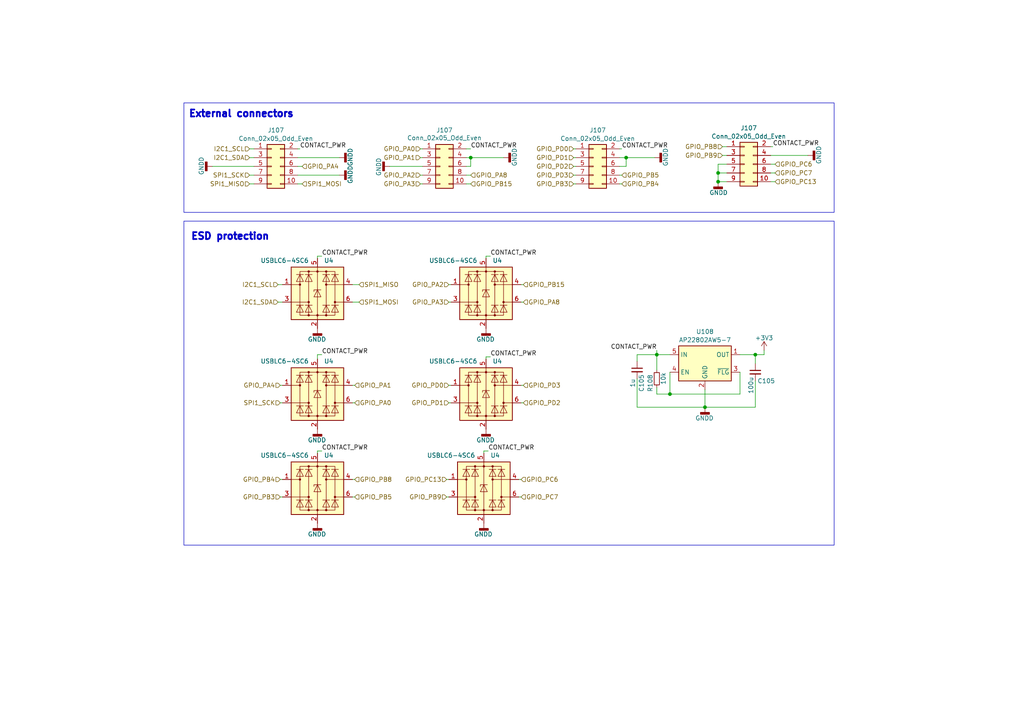
<source format=kicad_sch>
(kicad_sch (version 20230121) (generator eeschema)

  (uuid 9511dc4b-4fe5-4592-98f1-4d408a3398cd)

  (paper "A4")

  (lib_symbols
    (symbol "Connector_Generic:Conn_02x05_Odd_Even" (pin_names (offset 1.016) hide) (in_bom yes) (on_board yes)
      (property "Reference" "J" (at 1.27 7.62 0)
        (effects (font (size 1.27 1.27)))
      )
      (property "Value" "Conn_02x05_Odd_Even" (at 1.27 -7.62 0)
        (effects (font (size 1.27 1.27)))
      )
      (property "Footprint" "" (at 0 0 0)
        (effects (font (size 1.27 1.27)) hide)
      )
      (property "Datasheet" "~" (at 0 0 0)
        (effects (font (size 1.27 1.27)) hide)
      )
      (property "ki_keywords" "connector" (at 0 0 0)
        (effects (font (size 1.27 1.27)) hide)
      )
      (property "ki_description" "Generic connector, double row, 02x05, odd/even pin numbering scheme (row 1 odd numbers, row 2 even numbers), script generated (kicad-library-utils/schlib/autogen/connector/)" (at 0 0 0)
        (effects (font (size 1.27 1.27)) hide)
      )
      (property "ki_fp_filters" "Connector*:*_2x??_*" (at 0 0 0)
        (effects (font (size 1.27 1.27)) hide)
      )
      (symbol "Conn_02x05_Odd_Even_1_1"
        (rectangle (start -1.27 -4.953) (end 0 -5.207)
          (stroke (width 0.1524) (type default))
          (fill (type none))
        )
        (rectangle (start -1.27 -2.413) (end 0 -2.667)
          (stroke (width 0.1524) (type default))
          (fill (type none))
        )
        (rectangle (start -1.27 0.127) (end 0 -0.127)
          (stroke (width 0.1524) (type default))
          (fill (type none))
        )
        (rectangle (start -1.27 2.667) (end 0 2.413)
          (stroke (width 0.1524) (type default))
          (fill (type none))
        )
        (rectangle (start -1.27 5.207) (end 0 4.953)
          (stroke (width 0.1524) (type default))
          (fill (type none))
        )
        (rectangle (start -1.27 6.35) (end 3.81 -6.35)
          (stroke (width 0.254) (type default))
          (fill (type background))
        )
        (rectangle (start 3.81 -4.953) (end 2.54 -5.207)
          (stroke (width 0.1524) (type default))
          (fill (type none))
        )
        (rectangle (start 3.81 -2.413) (end 2.54 -2.667)
          (stroke (width 0.1524) (type default))
          (fill (type none))
        )
        (rectangle (start 3.81 0.127) (end 2.54 -0.127)
          (stroke (width 0.1524) (type default))
          (fill (type none))
        )
        (rectangle (start 3.81 2.667) (end 2.54 2.413)
          (stroke (width 0.1524) (type default))
          (fill (type none))
        )
        (rectangle (start 3.81 5.207) (end 2.54 4.953)
          (stroke (width 0.1524) (type default))
          (fill (type none))
        )
        (pin passive line (at -5.08 5.08 0) (length 3.81)
          (name "Pin_1" (effects (font (size 1.27 1.27))))
          (number "1" (effects (font (size 1.27 1.27))))
        )
        (pin passive line (at 7.62 -5.08 180) (length 3.81)
          (name "Pin_10" (effects (font (size 1.27 1.27))))
          (number "10" (effects (font (size 1.27 1.27))))
        )
        (pin passive line (at 7.62 5.08 180) (length 3.81)
          (name "Pin_2" (effects (font (size 1.27 1.27))))
          (number "2" (effects (font (size 1.27 1.27))))
        )
        (pin passive line (at -5.08 2.54 0) (length 3.81)
          (name "Pin_3" (effects (font (size 1.27 1.27))))
          (number "3" (effects (font (size 1.27 1.27))))
        )
        (pin passive line (at 7.62 2.54 180) (length 3.81)
          (name "Pin_4" (effects (font (size 1.27 1.27))))
          (number "4" (effects (font (size 1.27 1.27))))
        )
        (pin passive line (at -5.08 0 0) (length 3.81)
          (name "Pin_5" (effects (font (size 1.27 1.27))))
          (number "5" (effects (font (size 1.27 1.27))))
        )
        (pin passive line (at 7.62 0 180) (length 3.81)
          (name "Pin_6" (effects (font (size 1.27 1.27))))
          (number "6" (effects (font (size 1.27 1.27))))
        )
        (pin passive line (at -5.08 -2.54 0) (length 3.81)
          (name "Pin_7" (effects (font (size 1.27 1.27))))
          (number "7" (effects (font (size 1.27 1.27))))
        )
        (pin passive line (at 7.62 -2.54 180) (length 3.81)
          (name "Pin_8" (effects (font (size 1.27 1.27))))
          (number "8" (effects (font (size 1.27 1.27))))
        )
        (pin passive line (at -5.08 -5.08 0) (length 3.81)
          (name "Pin_9" (effects (font (size 1.27 1.27))))
          (number "9" (effects (font (size 1.27 1.27))))
        )
      )
    )
    (symbol "Device:C_Small" (pin_numbers hide) (pin_names (offset 0.254) hide) (in_bom yes) (on_board yes)
      (property "Reference" "C" (at 0.254 1.778 0)
        (effects (font (size 1.27 1.27)) (justify left))
      )
      (property "Value" "C_Small" (at 0.254 -2.032 0)
        (effects (font (size 1.27 1.27)) (justify left))
      )
      (property "Footprint" "" (at 0 0 0)
        (effects (font (size 1.27 1.27)) hide)
      )
      (property "Datasheet" "~" (at 0 0 0)
        (effects (font (size 1.27 1.27)) hide)
      )
      (property "ki_keywords" "capacitor cap" (at 0 0 0)
        (effects (font (size 1.27 1.27)) hide)
      )
      (property "ki_description" "Unpolarized capacitor, small symbol" (at 0 0 0)
        (effects (font (size 1.27 1.27)) hide)
      )
      (property "ki_fp_filters" "C_*" (at 0 0 0)
        (effects (font (size 1.27 1.27)) hide)
      )
      (symbol "C_Small_0_1"
        (polyline
          (pts
            (xy -1.524 -0.508)
            (xy 1.524 -0.508)
          )
          (stroke (width 0.3302) (type default))
          (fill (type none))
        )
        (polyline
          (pts
            (xy -1.524 0.508)
            (xy 1.524 0.508)
          )
          (stroke (width 0.3048) (type default))
          (fill (type none))
        )
      )
      (symbol "C_Small_1_1"
        (pin passive line (at 0 2.54 270) (length 2.032)
          (name "~" (effects (font (size 1.27 1.27))))
          (number "1" (effects (font (size 1.27 1.27))))
        )
        (pin passive line (at 0 -2.54 90) (length 2.032)
          (name "~" (effects (font (size 1.27 1.27))))
          (number "2" (effects (font (size 1.27 1.27))))
        )
      )
    )
    (symbol "Device:R_Small" (pin_numbers hide) (pin_names (offset 0.254) hide) (in_bom yes) (on_board yes)
      (property "Reference" "R" (at 0.762 0.508 0)
        (effects (font (size 1.27 1.27)) (justify left))
      )
      (property "Value" "R_Small" (at 0.762 -1.016 0)
        (effects (font (size 1.27 1.27)) (justify left))
      )
      (property "Footprint" "" (at 0 0 0)
        (effects (font (size 1.27 1.27)) hide)
      )
      (property "Datasheet" "~" (at 0 0 0)
        (effects (font (size 1.27 1.27)) hide)
      )
      (property "ki_keywords" "R resistor" (at 0 0 0)
        (effects (font (size 1.27 1.27)) hide)
      )
      (property "ki_description" "Resistor, small symbol" (at 0 0 0)
        (effects (font (size 1.27 1.27)) hide)
      )
      (property "ki_fp_filters" "R_*" (at 0 0 0)
        (effects (font (size 1.27 1.27)) hide)
      )
      (symbol "R_Small_0_1"
        (rectangle (start -0.762 1.778) (end 0.762 -1.778)
          (stroke (width 0.2032) (type default))
          (fill (type none))
        )
      )
      (symbol "R_Small_1_1"
        (pin passive line (at 0 2.54 270) (length 0.762)
          (name "~" (effects (font (size 1.27 1.27))))
          (number "1" (effects (font (size 1.27 1.27))))
        )
        (pin passive line (at 0 -2.54 90) (length 0.762)
          (name "~" (effects (font (size 1.27 1.27))))
          (number "2" (effects (font (size 1.27 1.27))))
        )
      )
    )
    (symbol "Power_Management:AP22804AW5" (in_bom yes) (on_board yes)
      (property "Reference" "U" (at -7.62 -6.35 0)
        (effects (font (size 1.27 1.27)) (justify left))
      )
      (property "Value" "AP22804AW5" (at -7.62 6.35 0)
        (effects (font (size 1.27 1.27)) (justify left))
      )
      (property "Footprint" "Package_TO_SOT_SMD:SOT-23-5" (at 0 -10.16 0)
        (effects (font (size 1.27 1.27)) hide)
      )
      (property "Datasheet" "https://www.diodes.com/assets/Datasheets/AP22804_14.pdf" (at 0 1.27 0)
        (effects (font (size 1.27 1.27)) hide)
      )
      (property "ki_keywords" "Limit USB Active High" (at 0 0 0)
        (effects (font (size 1.27 1.27)) hide)
      )
      (property "ki_description" "Current limited 2.5A power switch, single channel, SOT-23-5" (at 0 0 0)
        (effects (font (size 1.27 1.27)) hide)
      )
      (property "ki_fp_filters" "SOT?23*" (at 0 0 0)
        (effects (font (size 1.27 1.27)) hide)
      )
      (symbol "AP22804AW5_0_1"
        (rectangle (start -7.62 5.08) (end 7.62 -5.08)
          (stroke (width 0.254) (type default))
          (fill (type background))
        )
      )
      (symbol "AP22804AW5_1_1"
        (pin power_out line (at 10.16 2.54 180) (length 2.54)
          (name "OUT" (effects (font (size 1.27 1.27))))
          (number "1" (effects (font (size 1.27 1.27))))
        )
        (pin power_in line (at 0 -7.62 90) (length 2.54)
          (name "GND" (effects (font (size 1.27 1.27))))
          (number "2" (effects (font (size 1.27 1.27))))
        )
        (pin open_collector line (at 10.16 -2.54 180) (length 2.54)
          (name "~{FLG}" (effects (font (size 1.27 1.27))))
          (number "3" (effects (font (size 1.27 1.27))))
        )
        (pin input line (at -10.16 -2.54 0) (length 2.54)
          (name "EN" (effects (font (size 1.27 1.27))))
          (number "4" (effects (font (size 1.27 1.27))))
        )
        (pin power_in line (at -10.16 2.54 0) (length 2.54)
          (name "IN" (effects (font (size 1.27 1.27))))
          (number "5" (effects (font (size 1.27 1.27))))
        )
      )
    )
    (symbol "Power_Protection:USBLC6-4SC6" (pin_names hide) (in_bom yes) (on_board yes)
      (property "Reference" "U" (at 2.54 8.89 0)
        (effects (font (size 1.27 1.27)) (justify left))
      )
      (property "Value" "USBLC6-4SC6" (at 2.54 -8.89 0)
        (effects (font (size 1.27 1.27)) (justify left))
      )
      (property "Footprint" "Package_TO_SOT_SMD:SOT-23-6" (at 0 -12.7 0)
        (effects (font (size 1.27 1.27)) hide)
      )
      (property "Datasheet" "https://www.st.com/resource/en/datasheet/usblc6-4.pdf" (at 5.08 8.89 0)
        (effects (font (size 1.27 1.27)) hide)
      )
      (property "ki_keywords" "usb ethernet sim card video" (at 0 0 0)
        (effects (font (size 1.27 1.27)) hide)
      )
      (property "ki_description" "Very low capacitance ESD protection diode, 4 data-line, SOT-23-6" (at 0 0 0)
        (effects (font (size 1.27 1.27)) hide)
      )
      (property "ki_fp_filters" "SOT?23*" (at 0 0 0)
        (effects (font (size 1.27 1.27)) hide)
      )
      (symbol "USBLC6-4SC6_0_1"
        (rectangle (start -7.62 -7.62) (end 7.62 7.62)
          (stroke (width 0.254) (type default))
          (fill (type background))
        )
        (circle (center -5.08 2.54) (radius 0.254)
          (stroke (width 0) (type default))
          (fill (type outline))
        )
        (circle (center -2.54 -6.35) (radius 0.254)
          (stroke (width 0) (type default))
          (fill (type outline))
        )
        (circle (center -2.54 -2.54) (radius 0.254)
          (stroke (width 0) (type default))
          (fill (type outline))
        )
        (circle (center -2.54 6.35) (radius 0.254)
          (stroke (width 0) (type default))
          (fill (type outline))
        )
        (rectangle (start -2.54 6.35) (end 2.54 -6.35)
          (stroke (width 0) (type default))
          (fill (type none))
        )
        (circle (center 0 -6.35) (radius 0.254)
          (stroke (width 0) (type default))
          (fill (type outline))
        )
        (polyline
          (pts
            (xy -5.08 2.54)
            (xy -7.62 2.54)
          )
          (stroke (width 0) (type default))
          (fill (type none))
        )
        (polyline
          (pts
            (xy -4.064 -3.429)
            (xy -6.096 -3.429)
          )
          (stroke (width 0) (type default))
          (fill (type none))
        )
        (polyline
          (pts
            (xy -4.064 5.461)
            (xy -6.096 5.461)
          )
          (stroke (width 0) (type default))
          (fill (type none))
        )
        (polyline
          (pts
            (xy -2.54 -2.54)
            (xy -7.62 -2.54)
          )
          (stroke (width 0) (type default))
          (fill (type none))
        )
        (polyline
          (pts
            (xy -1.524 -3.429)
            (xy -3.556 -3.429)
          )
          (stroke (width 0) (type default))
          (fill (type none))
        )
        (polyline
          (pts
            (xy -1.524 5.461)
            (xy -3.556 5.461)
          )
          (stroke (width 0) (type default))
          (fill (type none))
        )
        (polyline
          (pts
            (xy 0 -7.62)
            (xy 0 -6.35)
          )
          (stroke (width 0) (type default))
          (fill (type none))
        )
        (polyline
          (pts
            (xy 0 -6.35)
            (xy 0 1.27)
          )
          (stroke (width 0) (type default))
          (fill (type none))
        )
        (polyline
          (pts
            (xy 0 1.27)
            (xy 0 6.35)
          )
          (stroke (width 0) (type default))
          (fill (type none))
        )
        (polyline
          (pts
            (xy 0 6.35)
            (xy 0 7.62)
          )
          (stroke (width 0) (type default))
          (fill (type none))
        )
        (polyline
          (pts
            (xy 1.524 -3.429)
            (xy 3.556 -3.429)
          )
          (stroke (width 0) (type default))
          (fill (type none))
        )
        (polyline
          (pts
            (xy 1.524 5.461)
            (xy 3.556 5.461)
          )
          (stroke (width 0) (type default))
          (fill (type none))
        )
        (polyline
          (pts
            (xy 2.54 2.54)
            (xy 7.62 2.54)
          )
          (stroke (width 0) (type default))
          (fill (type none))
        )
        (polyline
          (pts
            (xy 4.064 -3.429)
            (xy 6.096 -3.429)
          )
          (stroke (width 0) (type default))
          (fill (type none))
        )
        (polyline
          (pts
            (xy 4.064 5.461)
            (xy 6.096 5.461)
          )
          (stroke (width 0) (type default))
          (fill (type none))
        )
        (polyline
          (pts
            (xy 5.08 -2.54)
            (xy 7.62 -2.54)
          )
          (stroke (width 0) (type default))
          (fill (type none))
        )
        (polyline
          (pts
            (xy -6.096 -5.461)
            (xy -4.064 -5.461)
            (xy -5.08 -3.429)
            (xy -6.096 -5.461)
          )
          (stroke (width 0) (type default))
          (fill (type none))
        )
        (polyline
          (pts
            (xy -6.096 3.429)
            (xy -4.064 3.429)
            (xy -5.08 5.461)
            (xy -6.096 3.429)
          )
          (stroke (width 0) (type default))
          (fill (type none))
        )
        (polyline
          (pts
            (xy -3.556 -5.461)
            (xy -1.524 -5.461)
            (xy -2.54 -3.429)
            (xy -3.556 -5.461)
          )
          (stroke (width 0) (type default))
          (fill (type none))
        )
        (polyline
          (pts
            (xy -3.556 3.429)
            (xy -1.524 3.429)
            (xy -2.54 5.461)
            (xy -3.556 3.429)
          )
          (stroke (width 0) (type default))
          (fill (type none))
        )
        (polyline
          (pts
            (xy -2.54 6.35)
            (xy -5.08 6.35)
            (xy -5.08 -6.35)
            (xy -2.54 -6.35)
          )
          (stroke (width 0) (type default))
          (fill (type none))
        )
        (polyline
          (pts
            (xy -1.016 -1.016)
            (xy 1.016 -1.016)
            (xy 0 1.016)
            (xy -1.016 -1.016)
          )
          (stroke (width 0) (type default))
          (fill (type none))
        )
        (polyline
          (pts
            (xy 1.016 1.016)
            (xy 0.762 1.016)
            (xy -1.016 1.016)
            (xy -1.016 0.508)
          )
          (stroke (width 0) (type default))
          (fill (type none))
        )
        (polyline
          (pts
            (xy 2.54 6.35)
            (xy 5.08 6.35)
            (xy 5.08 -6.35)
            (xy 2.54 -6.35)
          )
          (stroke (width 0) (type default))
          (fill (type none))
        )
        (polyline
          (pts
            (xy 3.556 -5.461)
            (xy 1.524 -5.461)
            (xy 2.54 -3.429)
            (xy 3.556 -5.461)
          )
          (stroke (width 0) (type default))
          (fill (type none))
        )
        (polyline
          (pts
            (xy 3.556 3.429)
            (xy 1.524 3.429)
            (xy 2.54 5.461)
            (xy 3.556 3.429)
          )
          (stroke (width 0) (type default))
          (fill (type none))
        )
        (polyline
          (pts
            (xy 6.096 -5.461)
            (xy 4.064 -5.461)
            (xy 5.08 -3.429)
            (xy 6.096 -5.461)
          )
          (stroke (width 0) (type default))
          (fill (type none))
        )
        (polyline
          (pts
            (xy 6.096 3.429)
            (xy 4.064 3.429)
            (xy 5.08 5.461)
            (xy 6.096 3.429)
          )
          (stroke (width 0) (type default))
          (fill (type none))
        )
        (circle (center 0 6.35) (radius 0.254)
          (stroke (width 0) (type default))
          (fill (type outline))
        )
        (circle (center 2.54 -6.35) (radius 0.254)
          (stroke (width 0) (type default))
          (fill (type outline))
        )
        (circle (center 2.54 2.54) (radius 0.254)
          (stroke (width 0) (type default))
          (fill (type outline))
        )
        (circle (center 2.54 6.35) (radius 0.254)
          (stroke (width 0) (type default))
          (fill (type outline))
        )
        (circle (center 5.08 -2.54) (radius 0.254)
          (stroke (width 0) (type default))
          (fill (type outline))
        )
      )
      (symbol "USBLC6-4SC6_1_1"
        (pin passive line (at -10.16 2.54 0) (length 2.54)
          (name "I/O1" (effects (font (size 1.27 1.27))))
          (number "1" (effects (font (size 1.27 1.27))))
        )
        (pin passive line (at 0 -10.16 90) (length 2.54)
          (name "GND" (effects (font (size 1.27 1.27))))
          (number "2" (effects (font (size 1.27 1.27))))
        )
        (pin passive line (at -10.16 -2.54 0) (length 2.54)
          (name "I/O2" (effects (font (size 1.27 1.27))))
          (number "3" (effects (font (size 1.27 1.27))))
        )
        (pin passive line (at 10.16 2.54 180) (length 2.54)
          (name "I/O3" (effects (font (size 1.27 1.27))))
          (number "4" (effects (font (size 1.27 1.27))))
        )
        (pin passive line (at 0 10.16 270) (length 2.54)
          (name "VBUS" (effects (font (size 1.27 1.27))))
          (number "5" (effects (font (size 1.27 1.27))))
        )
        (pin passive line (at 10.16 -2.54 180) (length 2.54)
          (name "I/O4" (effects (font (size 1.27 1.27))))
          (number "6" (effects (font (size 1.27 1.27))))
        )
      )
    )
    (symbol "power:+3V3" (power) (pin_names (offset 0)) (in_bom yes) (on_board yes)
      (property "Reference" "#PWR" (at 0 -3.81 0)
        (effects (font (size 1.27 1.27)) hide)
      )
      (property "Value" "+3V3" (at 0 3.556 0)
        (effects (font (size 1.27 1.27)))
      )
      (property "Footprint" "" (at 0 0 0)
        (effects (font (size 1.27 1.27)) hide)
      )
      (property "Datasheet" "" (at 0 0 0)
        (effects (font (size 1.27 1.27)) hide)
      )
      (property "ki_keywords" "power-flag" (at 0 0 0)
        (effects (font (size 1.27 1.27)) hide)
      )
      (property "ki_description" "Power symbol creates a global label with name \"+3V3\"" (at 0 0 0)
        (effects (font (size 1.27 1.27)) hide)
      )
      (symbol "+3V3_0_1"
        (polyline
          (pts
            (xy -0.762 1.27)
            (xy 0 2.54)
          )
          (stroke (width 0) (type default))
          (fill (type none))
        )
        (polyline
          (pts
            (xy 0 0)
            (xy 0 2.54)
          )
          (stroke (width 0) (type default))
          (fill (type none))
        )
        (polyline
          (pts
            (xy 0 2.54)
            (xy 0.762 1.27)
          )
          (stroke (width 0) (type default))
          (fill (type none))
        )
      )
      (symbol "+3V3_1_1"
        (pin power_in line (at 0 0 90) (length 0) hide
          (name "+3V3" (effects (font (size 1.27 1.27))))
          (number "1" (effects (font (size 1.27 1.27))))
        )
      )
    )
    (symbol "power:GNDD" (power) (pin_names (offset 0)) (in_bom yes) (on_board yes)
      (property "Reference" "#PWR" (at 0 -6.35 0)
        (effects (font (size 1.27 1.27)) hide)
      )
      (property "Value" "GNDD" (at 0 -3.175 0)
        (effects (font (size 1.27 1.27)))
      )
      (property "Footprint" "" (at 0 0 0)
        (effects (font (size 1.27 1.27)) hide)
      )
      (property "Datasheet" "" (at 0 0 0)
        (effects (font (size 1.27 1.27)) hide)
      )
      (property "ki_keywords" "power-flag" (at 0 0 0)
        (effects (font (size 1.27 1.27)) hide)
      )
      (property "ki_description" "Power symbol creates a global label with name \"GNDD\" , digital ground" (at 0 0 0)
        (effects (font (size 1.27 1.27)) hide)
      )
      (symbol "GNDD_0_1"
        (rectangle (start -1.27 -1.524) (end 1.27 -2.032)
          (stroke (width 0.254) (type default))
          (fill (type outline))
        )
        (polyline
          (pts
            (xy 0 0)
            (xy 0 -1.524)
          )
          (stroke (width 0) (type default))
          (fill (type none))
        )
      )
      (symbol "GNDD_1_1"
        (pin power_in line (at 0 0 270) (length 0) hide
          (name "GNDD" (effects (font (size 1.27 1.27))))
          (number "1" (effects (font (size 1.27 1.27))))
        )
      )
    )
  )

  (junction (at 204.47 118.11) (diameter 0) (color 0 0 0 0)
    (uuid 32894a21-a866-4e97-ae9c-531f47d61bf0)
  )
  (junction (at 219.075 102.87) (diameter 0) (color 0 0 0 0)
    (uuid 39683d45-7867-4243-a836-f236a09c31fb)
  )
  (junction (at 181.61 45.72) (diameter 0) (color 0 0 0 0)
    (uuid 6cb7dbee-c3a1-4d41-a98d-4fa32df43a19)
  )
  (junction (at 190.5 102.87) (diameter 0) (color 0 0 0 0)
    (uuid 9e0743d6-9471-4b50-be32-3108a6386840)
  )
  (junction (at 208.28 52.705) (diameter 0) (color 0 0 0 0)
    (uuid ab01cbfe-193a-4631-8036-91246115b1e6)
  )
  (junction (at 136.525 45.72) (diameter 0) (color 0 0 0 0)
    (uuid c66a16a3-4da8-4f61-85a3-9894a73e1fc3)
  )
  (junction (at 194.31 114.3) (diameter 0) (color 0 0 0 0)
    (uuid d96366be-457e-4a09-8b5c-31b10c67c306)
  )
  (junction (at 208.28 50.165) (diameter 0) (color 0 0 0 0)
    (uuid e6cec55f-7889-46cb-846c-4330d32d0751)
  )

  (wire (pts (xy 209.55 42.545) (xy 210.82 42.545))
    (stroke (width 0) (type default))
    (uuid 07b21c1a-b4e6-40ef-8b1d-1ffb6630cc97)
  )
  (wire (pts (xy 93.345 102.87) (xy 92.075 102.87))
    (stroke (width 0) (type default))
    (uuid 098311e7-07c3-4fcf-8f69-e637cdc278aa)
  )
  (wire (pts (xy 234.315 45.085) (xy 223.52 45.085))
    (stroke (width 0) (type default))
    (uuid 0a95e83b-2fe9-4892-bd02-bb81f1edfd50)
  )
  (wire (pts (xy 142.24 103.505) (xy 140.97 103.505))
    (stroke (width 0) (type default))
    (uuid 0ea9cf9e-89bc-452a-8d9c-22243ca87b55)
  )
  (wire (pts (xy 219.075 110.49) (xy 219.075 118.11))
    (stroke (width 0) (type default))
    (uuid 12cd4605-f27d-4691-af3b-415b74bcba6c)
  )
  (wire (pts (xy 121.92 45.72) (xy 122.555 45.72))
    (stroke (width 0) (type default))
    (uuid 14614720-5601-4a0d-9234-9773d5e60bfe)
  )
  (wire (pts (xy 130.175 82.55) (xy 130.81 82.55))
    (stroke (width 0) (type default))
    (uuid 166f97f3-2786-4581-af86-bcfb7beae431)
  )
  (wire (pts (xy 184.785 102.87) (xy 190.5 102.87))
    (stroke (width 0) (type default))
    (uuid 203fb316-1812-4e1b-9dea-19bbbcebea2d)
  )
  (wire (pts (xy 113.03 48.26) (xy 122.555 48.26))
    (stroke (width 0) (type default))
    (uuid 20d8b689-fcb2-4f85-9d49-5c85b8b1ee14)
  )
  (wire (pts (xy 102.87 116.84) (xy 102.235 116.84))
    (stroke (width 0) (type default))
    (uuid 2162de0a-a229-48ac-938f-b1160bf7b16e)
  )
  (wire (pts (xy 72.39 45.72) (xy 73.66 45.72))
    (stroke (width 0) (type default))
    (uuid 2897cafb-638d-4b5d-84e4-64045153b856)
  )
  (wire (pts (xy 136.525 43.18) (xy 135.255 43.18))
    (stroke (width 0) (type default))
    (uuid 29f51d82-65d7-442a-8344-2bd04256e10e)
  )
  (wire (pts (xy 190.5 101.6) (xy 190.5 102.87))
    (stroke (width 0) (type default))
    (uuid 2a4ca754-80ba-4978-950f-59e361d3db71)
  )
  (wire (pts (xy 223.52 52.705) (xy 224.79 52.705))
    (stroke (width 0) (type default))
    (uuid 2d6ba34a-f66d-4df7-9fb0-830a4ce1b5c8)
  )
  (wire (pts (xy 179.705 48.26) (xy 181.61 48.26))
    (stroke (width 0) (type default))
    (uuid 30a24bb1-34b9-489e-b46a-2c817cd0f244)
  )
  (wire (pts (xy 140.335 130.81) (xy 140.335 131.445))
    (stroke (width 0) (type default))
    (uuid 35d67540-d9d4-4662-b489-6e995918520c)
  )
  (wire (pts (xy 190.5 102.87) (xy 194.31 102.87))
    (stroke (width 0) (type default))
    (uuid 39112a19-afe8-490a-be2b-a47e8f123e91)
  )
  (wire (pts (xy 129.54 139.065) (xy 130.175 139.065))
    (stroke (width 0) (type default))
    (uuid 39943f95-9b23-4fbd-b200-3a07234d0d72)
  )
  (wire (pts (xy 179.705 45.72) (xy 181.61 45.72))
    (stroke (width 0) (type default))
    (uuid 41b0d3a7-1847-49f2-9c7d-9362ff1f3953)
  )
  (wire (pts (xy 208.28 52.705) (xy 210.82 52.705))
    (stroke (width 0) (type default))
    (uuid 42971dd7-e3b7-4471-8f1c-63db30178fa6)
  )
  (wire (pts (xy 141.605 130.81) (xy 140.335 130.81))
    (stroke (width 0) (type default))
    (uuid 4326814d-3598-48a1-836e-9f040067cfb2)
  )
  (wire (pts (xy 135.255 53.34) (xy 136.525 53.34))
    (stroke (width 0) (type default))
    (uuid 46d8482c-531d-401c-9338-5b8f7ba20321)
  )
  (wire (pts (xy 81.28 111.76) (xy 81.915 111.76))
    (stroke (width 0) (type default))
    (uuid 4e686341-d61b-4184-8e87-e6f12584182f)
  )
  (wire (pts (xy 194.31 107.95) (xy 194.31 114.3))
    (stroke (width 0) (type default))
    (uuid 5184e654-e621-4da7-8e9c-1461f1bc75b4)
  )
  (wire (pts (xy 151.765 87.63) (xy 151.13 87.63))
    (stroke (width 0) (type default))
    (uuid 52ecd757-1e8f-41fb-90ad-ca9de8f5f7ac)
  )
  (wire (pts (xy 93.345 74.295) (xy 92.075 74.295))
    (stroke (width 0) (type default))
    (uuid 53438064-d6db-4723-98db-7ae541e55c2b)
  )
  (wire (pts (xy 130.175 116.84) (xy 130.81 116.84))
    (stroke (width 0) (type default))
    (uuid 594f9420-4f64-4687-87d3-95450a00e771)
  )
  (wire (pts (xy 140.97 74.295) (xy 140.97 74.93))
    (stroke (width 0) (type default))
    (uuid 5b71e3dd-7b4b-4caa-bfd1-103433aec14e)
  )
  (wire (pts (xy 219.075 102.87) (xy 219.075 105.41))
    (stroke (width 0) (type default))
    (uuid 5e8aaee1-6ffb-4acb-a158-3a27e50e6b03)
  )
  (wire (pts (xy 224.155 42.545) (xy 223.52 42.545))
    (stroke (width 0) (type default))
    (uuid 65489af8-0f70-4194-9d5c-4ab4b497dab9)
  )
  (wire (pts (xy 80.645 87.63) (xy 81.915 87.63))
    (stroke (width 0) (type default))
    (uuid 66c65ab0-c038-4528-8a4f-59d881949b9a)
  )
  (wire (pts (xy 130.175 111.76) (xy 130.81 111.76))
    (stroke (width 0) (type default))
    (uuid 67bf4177-ad19-419a-8b6b-97cc2e7cc43b)
  )
  (wire (pts (xy 102.235 87.63) (xy 104.14 87.63))
    (stroke (width 0) (type default))
    (uuid 683d21fc-779a-40da-8a33-0a205019a011)
  )
  (wire (pts (xy 86.36 45.72) (xy 98.425 45.72))
    (stroke (width 0) (type default))
    (uuid 6b455886-6838-45d1-a985-ed1ccd22de8b)
  )
  (wire (pts (xy 184.785 109.855) (xy 184.785 118.11))
    (stroke (width 0) (type default))
    (uuid 6bf00ba9-44d7-4ad6-b80e-4ca9020a5f61)
  )
  (wire (pts (xy 81.28 144.145) (xy 81.915 144.145))
    (stroke (width 0) (type default))
    (uuid 706c0369-90b3-4a1a-9e27-f03c61cdb268)
  )
  (wire (pts (xy 150.495 144.145) (xy 151.13 144.145))
    (stroke (width 0) (type default))
    (uuid 72b6256b-4f65-4329-acb8-0ff9096e125d)
  )
  (wire (pts (xy 214.63 107.95) (xy 214.63 114.3))
    (stroke (width 0) (type default))
    (uuid 754a2a57-8bb0-4520-8b7f-96b86e8596e3)
  )
  (wire (pts (xy 81.28 139.065) (xy 81.915 139.065))
    (stroke (width 0) (type default))
    (uuid 75fe2744-c9ee-4746-abe9-b44e8c3b7f4f)
  )
  (wire (pts (xy 121.92 53.34) (xy 122.555 53.34))
    (stroke (width 0) (type default))
    (uuid 7b4fa4f6-036e-4271-8bff-b169a70fbc87)
  )
  (wire (pts (xy 129.54 144.145) (xy 130.175 144.145))
    (stroke (width 0) (type default))
    (uuid 7d0e83a2-b97a-41c1-a82f-e4cee8c951b4)
  )
  (wire (pts (xy 86.36 43.18) (xy 86.995 43.18))
    (stroke (width 0) (type default))
    (uuid 81ff9f08-5fcd-4a41-9dc1-5ca904f77118)
  )
  (wire (pts (xy 221.615 102.87) (xy 219.075 102.87))
    (stroke (width 0) (type default))
    (uuid 82c843f7-c576-4650-a0d5-fe86ca3730a2)
  )
  (wire (pts (xy 135.255 45.72) (xy 136.525 45.72))
    (stroke (width 0) (type default))
    (uuid 857c9dba-9444-4cc5-ac1e-bf8b8718347a)
  )
  (wire (pts (xy 184.785 118.11) (xy 204.47 118.11))
    (stroke (width 0) (type default))
    (uuid 86902c3c-5f16-4e8c-a27c-bfe32003c5d6)
  )
  (wire (pts (xy 194.31 114.3) (xy 214.63 114.3))
    (stroke (width 0) (type default))
    (uuid 89b4bcd9-021e-4969-9bbd-0be4386b5869)
  )
  (wire (pts (xy 102.87 139.065) (xy 102.235 139.065))
    (stroke (width 0) (type default))
    (uuid 925eaea1-9bff-45fb-bec2-8bee57e6d87e)
  )
  (wire (pts (xy 223.52 47.625) (xy 224.79 47.625))
    (stroke (width 0) (type default))
    (uuid 9a35357e-cd19-4851-be82-8ca9f158b09c)
  )
  (wire (pts (xy 194.31 114.3) (xy 190.5 114.3))
    (stroke (width 0) (type default))
    (uuid 9be00b45-f5d6-4c7a-8ea0-6ffd0bc31ca7)
  )
  (wire (pts (xy 190.5 114.3) (xy 190.5 112.395))
    (stroke (width 0) (type default))
    (uuid 9c39d017-3675-4c03-aaef-ecef80fb121c)
  )
  (wire (pts (xy 136.525 45.72) (xy 146.05 45.72))
    (stroke (width 0) (type default))
    (uuid 9c52195d-e8fc-48b5-b525-053805ab78bc)
  )
  (wire (pts (xy 80.645 82.55) (xy 81.915 82.55))
    (stroke (width 0) (type default))
    (uuid 9e1e6b01-0301-4221-9049-0c019b019706)
  )
  (wire (pts (xy 72.39 43.18) (xy 73.66 43.18))
    (stroke (width 0) (type default))
    (uuid 9e97384e-f2e4-439f-bd71-62d40441b828)
  )
  (wire (pts (xy 92.075 102.87) (xy 92.075 104.14))
    (stroke (width 0) (type default))
    (uuid 9f96b5d7-ba01-4f34-8950-52c42bcc14a0)
  )
  (wire (pts (xy 92.075 130.81) (xy 92.075 131.445))
    (stroke (width 0) (type default))
    (uuid a1896507-bdce-44ce-baaa-43667b6d751b)
  )
  (wire (pts (xy 221.615 101.6) (xy 221.615 102.87))
    (stroke (width 0) (type default))
    (uuid a6910d24-d971-4220-bbbd-00da1ace43a4)
  )
  (wire (pts (xy 208.28 52.705) (xy 208.28 50.165))
    (stroke (width 0) (type default))
    (uuid ae1adea4-a8af-4efa-ae8a-8755da96aefa)
  )
  (wire (pts (xy 150.495 139.065) (xy 151.13 139.065))
    (stroke (width 0) (type default))
    (uuid b2793755-ed8c-49de-9acc-22d81e53c5a3)
  )
  (wire (pts (xy 87.63 48.26) (xy 86.36 48.26))
    (stroke (width 0) (type default))
    (uuid b3d8aeb3-2eaf-4634-9f74-cc076d847750)
  )
  (wire (pts (xy 86.36 53.34) (xy 87.63 53.34))
    (stroke (width 0) (type default))
    (uuid b5d240a1-a39f-4b9a-8a74-5a0400dee830)
  )
  (wire (pts (xy 102.87 144.145) (xy 102.235 144.145))
    (stroke (width 0) (type default))
    (uuid b5e85556-aaef-4a16-87d1-787396df5cac)
  )
  (wire (pts (xy 181.61 45.72) (xy 189.865 45.72))
    (stroke (width 0) (type default))
    (uuid b76e3d1a-f65f-49c7-ab8f-d67cfb5d87ae)
  )
  (wire (pts (xy 219.075 118.11) (xy 204.47 118.11))
    (stroke (width 0) (type default))
    (uuid b78f6b11-e296-458a-84fa-920fe0413a80)
  )
  (wire (pts (xy 140.97 103.505) (xy 140.97 104.14))
    (stroke (width 0) (type default))
    (uuid bba593a6-7485-4888-a9ad-dc18b866c621)
  )
  (wire (pts (xy 135.255 48.26) (xy 136.525 48.26))
    (stroke (width 0) (type default))
    (uuid bba5d726-f125-4483-9ce2-e48a91064f79)
  )
  (wire (pts (xy 121.92 50.8) (xy 122.555 50.8))
    (stroke (width 0) (type default))
    (uuid bbc1342a-17f1-4ec6-8d93-e934a4d0e93f)
  )
  (wire (pts (xy 223.52 50.165) (xy 224.79 50.165))
    (stroke (width 0) (type default))
    (uuid bcb098e8-af33-447a-84ab-377281fc3ed1)
  )
  (wire (pts (xy 151.765 111.76) (xy 151.13 111.76))
    (stroke (width 0) (type default))
    (uuid bcc009fc-975d-40ab-bd31-fe112836cb68)
  )
  (wire (pts (xy 166.37 50.8) (xy 167.005 50.8))
    (stroke (width 0) (type default))
    (uuid bcdbdcef-e5aa-4cb4-9bcc-3432b36685e3)
  )
  (wire (pts (xy 93.345 130.81) (xy 92.075 130.81))
    (stroke (width 0) (type default))
    (uuid c0e25531-9fc1-4bf7-9301-231ee6ad7a73)
  )
  (wire (pts (xy 72.39 50.8) (xy 73.66 50.8))
    (stroke (width 0) (type default))
    (uuid c1211140-829c-412a-93fb-c8e7d6e4eaee)
  )
  (wire (pts (xy 180.34 50.8) (xy 179.705 50.8))
    (stroke (width 0) (type default))
    (uuid c19e69b7-0051-4bb2-b573-973f9c516fbc)
  )
  (wire (pts (xy 92.075 74.295) (xy 92.075 74.93))
    (stroke (width 0) (type default))
    (uuid c42ecc3d-1e1c-44f5-b175-ae036cc08ac7)
  )
  (wire (pts (xy 102.235 82.55) (xy 104.14 82.55))
    (stroke (width 0) (type default))
    (uuid c516cc8f-28ec-41d2-a5c7-1b0a797838ac)
  )
  (wire (pts (xy 180.34 53.34) (xy 179.705 53.34))
    (stroke (width 0) (type default))
    (uuid c651391b-cb66-4fa1-a9ed-9bedf63b8b16)
  )
  (wire (pts (xy 180.34 43.18) (xy 179.705 43.18))
    (stroke (width 0) (type default))
    (uuid c9250d0a-bea5-4f4a-af3d-7c51deafeb11)
  )
  (wire (pts (xy 86.36 50.8) (xy 98.425 50.8))
    (stroke (width 0) (type default))
    (uuid c9f9f67d-4f21-481d-969f-8ea9ad27ad96)
  )
  (wire (pts (xy 166.37 48.26) (xy 167.005 48.26))
    (stroke (width 0) (type default))
    (uuid ca0983b6-980b-4672-ad89-adef414d8839)
  )
  (wire (pts (xy 135.255 50.8) (xy 136.525 50.8))
    (stroke (width 0) (type default))
    (uuid cb236ee3-7dc4-4364-9031-189fdebaa5c1)
  )
  (wire (pts (xy 208.28 47.625) (xy 210.82 47.625))
    (stroke (width 0) (type default))
    (uuid cb2d8f78-79f3-4d6e-8293-56395b0cb4ed)
  )
  (wire (pts (xy 151.765 82.55) (xy 151.13 82.55))
    (stroke (width 0) (type default))
    (uuid cba33b97-6ac7-4c19-bcf9-069f0c120240)
  )
  (wire (pts (xy 204.47 113.03) (xy 204.47 118.11))
    (stroke (width 0) (type default))
    (uuid cc437985-90cb-4623-bc3a-e415678c8a4e)
  )
  (wire (pts (xy 151.765 116.84) (xy 151.13 116.84))
    (stroke (width 0) (type default))
    (uuid d9a3d078-056c-487a-a26e-bbd7f3ec286d)
  )
  (wire (pts (xy 142.24 74.295) (xy 140.97 74.295))
    (stroke (width 0) (type default))
    (uuid d9c75e98-878b-46d4-a3fa-2695e2494f8d)
  )
  (wire (pts (xy 121.92 43.18) (xy 122.555 43.18))
    (stroke (width 0) (type default))
    (uuid da031b87-0c52-48aa-8707-5fbb61891aef)
  )
  (wire (pts (xy 190.5 102.87) (xy 190.5 107.315))
    (stroke (width 0) (type default))
    (uuid dd451360-6a1f-456c-a057-1df6d121e6da)
  )
  (wire (pts (xy 136.525 45.72) (xy 136.525 48.26))
    (stroke (width 0) (type default))
    (uuid de208419-6ad2-4a7f-acf9-ac39208ea463)
  )
  (wire (pts (xy 166.37 53.34) (xy 167.005 53.34))
    (stroke (width 0) (type default))
    (uuid deb5faa4-02a9-4226-87b0-b500519ea2f9)
  )
  (wire (pts (xy 184.785 102.87) (xy 184.785 104.775))
    (stroke (width 0) (type default))
    (uuid e5cd61f4-3c57-4b51-bed1-400388301931)
  )
  (wire (pts (xy 166.37 45.72) (xy 167.005 45.72))
    (stroke (width 0) (type default))
    (uuid e5f62ef5-7c12-4bb4-bd64-8e0f730728ca)
  )
  (wire (pts (xy 166.37 43.18) (xy 167.005 43.18))
    (stroke (width 0) (type default))
    (uuid e8cf8f80-9789-4468-b46a-433e7598b5da)
  )
  (wire (pts (xy 81.28 116.84) (xy 81.915 116.84))
    (stroke (width 0) (type default))
    (uuid e8d2fabc-5a10-474a-8283-a8ba3de30742)
  )
  (wire (pts (xy 208.28 47.625) (xy 208.28 50.165))
    (stroke (width 0) (type default))
    (uuid e90a8a11-88f7-4996-96ab-44902db70ed1)
  )
  (wire (pts (xy 208.28 50.165) (xy 210.82 50.165))
    (stroke (width 0) (type default))
    (uuid e95b4bc6-59cd-4ebb-8b67-5a0832f993d9)
  )
  (wire (pts (xy 102.87 111.76) (xy 102.235 111.76))
    (stroke (width 0) (type default))
    (uuid eb9b289d-e375-41fc-a3bf-b812da9bb303)
  )
  (wire (pts (xy 61.595 48.26) (xy 73.66 48.26))
    (stroke (width 0) (type default))
    (uuid ed423dc4-db11-4c60-8d5a-d920f9c7a658)
  )
  (wire (pts (xy 209.55 45.085) (xy 210.82 45.085))
    (stroke (width 0) (type default))
    (uuid ee19e2d0-d1e6-42bc-a444-0f2ed0c55b8d)
  )
  (wire (pts (xy 181.61 48.26) (xy 181.61 45.72))
    (stroke (width 0) (type default))
    (uuid f0a732cf-8300-48da-a5be-a27abe21c64f)
  )
  (wire (pts (xy 72.39 53.34) (xy 73.66 53.34))
    (stroke (width 0) (type default))
    (uuid f239123c-c036-43f9-a556-7df3762e5a1b)
  )
  (wire (pts (xy 214.63 102.87) (xy 219.075 102.87))
    (stroke (width 0) (type default))
    (uuid f47325f5-c2fe-46a5-9da1-1398c3e51364)
  )
  (wire (pts (xy 130.175 87.63) (xy 130.81 87.63))
    (stroke (width 0) (type default))
    (uuid f9fbc3ec-6105-44be-8418-2ee3b6f0bf2c)
  )

  (rectangle (start 53.34 29.845) (end 241.935 61.595)
    (stroke (width 0) (type default))
    (fill (type none))
    (uuid 218e8f94-29a5-43a3-ab32-59a6c48f9934)
  )
  (rectangle (start 53.34 64.135) (end 241.935 158.115)
    (stroke (width 0) (type default))
    (fill (type none))
    (uuid 8b1f3e9a-3019-4615-ae69-51c1070e5048)
  )

  (text "ESD protection" (at 55.245 69.85 0)
    (effects (font (size 2 2) (thickness 0.508) bold) (justify left bottom))
    (uuid 6a24ede5-cd86-4ca2-8ec3-0fc99ef3c2d6)
  )
  (text "External connectors" (at 54.61 34.29 0)
    (effects (font (size 2 2) (thickness 0.508) bold) (justify left bottom))
    (uuid f1e5803b-0932-4198-940b-8e2cde8b3b81)
  )

  (label "CONTACT_PWR" (at 180.34 43.18 0) (fields_autoplaced)
    (effects (font (size 1.27 1.27)) (justify left bottom))
    (uuid 0864d841-f0c1-4778-b00d-635dac041474)
  )
  (label "CONTACT_PWR" (at 93.345 130.81 0) (fields_autoplaced)
    (effects (font (size 1.27 1.27)) (justify left bottom))
    (uuid 22e44d01-651d-4640-abfe-bbaee01dddb5)
  )
  (label "CONTACT_PWR" (at 136.525 43.18 0) (fields_autoplaced)
    (effects (font (size 1.27 1.27)) (justify left bottom))
    (uuid 2a1f2ef7-ab57-4371-b058-bf91af8afeb4)
  )
  (label "CONTACT_PWR" (at 141.605 130.81 0) (fields_autoplaced)
    (effects (font (size 1.27 1.27)) (justify left bottom))
    (uuid 3dba06a2-d7f6-453d-bd92-0b3d33636ea8)
  )
  (label "CONTACT_PWR" (at 190.5 101.6 180) (fields_autoplaced)
    (effects (font (size 1.27 1.27)) (justify right bottom))
    (uuid 4d06ef3b-7877-43ed-bc3c-bd770bbf965c)
  )
  (label "CONTACT_PWR" (at 224.155 42.545 0) (fields_autoplaced)
    (effects (font (size 1.27 1.27)) (justify left bottom))
    (uuid 5f49d7d0-06cc-4abc-9451-54ee34ad60ee)
  )
  (label "CONTACT_PWR" (at 86.995 43.18 0) (fields_autoplaced)
    (effects (font (size 1.27 1.27)) (justify left bottom))
    (uuid 7fcc2a2d-2a37-4a77-bc9d-62dd4725bf35)
  )
  (label "CONTACT_PWR" (at 142.24 74.295 0) (fields_autoplaced)
    (effects (font (size 1.27 1.27)) (justify left bottom))
    (uuid 850e4f3e-d915-49de-a0e9-63b8d2696367)
  )
  (label "CONTACT_PWR" (at 142.24 103.505 0) (fields_autoplaced)
    (effects (font (size 1.27 1.27)) (justify left bottom))
    (uuid 8f267e22-77e8-4081-8e49-fdddbc1822cf)
  )
  (label "CONTACT_PWR" (at 93.345 102.87 0) (fields_autoplaced)
    (effects (font (size 1.27 1.27)) (justify left bottom))
    (uuid a8f0cbfc-712d-411d-af69-9d3d67be6c71)
  )
  (label "CONTACT_PWR" (at 93.345 74.295 0) (fields_autoplaced)
    (effects (font (size 1.27 1.27)) (justify left bottom))
    (uuid f8e87e0d-0352-4bdb-8e76-1ddddad09b9f)
  )

  (hierarchical_label "GPIO_PD2" (shape input) (at 151.765 116.84 0) (fields_autoplaced)
    (effects (font (size 1.27 1.27)) (justify left))
    (uuid 01ff5bff-12a5-4982-a0d6-17da7007ff4d)
  )
  (hierarchical_label "SPI1_MISO" (shape input) (at 104.14 82.55 0) (fields_autoplaced)
    (effects (font (size 1.27 1.27)) (justify left))
    (uuid 0317d6be-e0e0-4103-abd2-7de7f64adbd3)
  )
  (hierarchical_label "GPIO_PC6" (shape input) (at 151.13 139.065 0) (fields_autoplaced)
    (effects (font (size 1.27 1.27)) (justify left))
    (uuid 0a3704b4-24b8-46e2-93fb-a98a09194a86)
  )
  (hierarchical_label "GPIO_PB5" (shape input) (at 102.87 144.145 0) (fields_autoplaced)
    (effects (font (size 1.27 1.27)) (justify left))
    (uuid 11f0f71a-faf0-467f-87c0-4ce62b1e1cf0)
  )
  (hierarchical_label "GPIO_PA0" (shape input) (at 121.92 43.18 180) (fields_autoplaced)
    (effects (font (size 1.27 1.27)) (justify right))
    (uuid 11ff95a5-a463-48b3-b04f-7091f9e5839e)
  )
  (hierarchical_label "GPIO_PD0" (shape input) (at 166.37 43.18 180) (fields_autoplaced)
    (effects (font (size 1.27 1.27)) (justify right))
    (uuid 130c2873-2253-469f-bb72-9bbf7de4c4d2)
  )
  (hierarchical_label "I2C1_SDA" (shape input) (at 80.645 87.63 180) (fields_autoplaced)
    (effects (font (size 1.27 1.27)) (justify right))
    (uuid 138aeab7-ae70-40b1-a30d-ca1969ffad55)
  )
  (hierarchical_label "SPI1_MOSI" (shape input) (at 87.63 53.34 0) (fields_autoplaced)
    (effects (font (size 1.27 1.27)) (justify left))
    (uuid 14709f98-36af-43aa-b4f6-39f4b853dfd4)
  )
  (hierarchical_label "SPI1_MISO" (shape input) (at 72.39 53.34 180) (fields_autoplaced)
    (effects (font (size 1.27 1.27)) (justify right))
    (uuid 1542fce1-eca4-442f-903b-3e8a9c10f035)
  )
  (hierarchical_label "GPIO_PC6" (shape input) (at 224.79 47.625 0) (fields_autoplaced)
    (effects (font (size 1.27 1.27)) (justify left))
    (uuid 161408ca-661e-472d-97a3-f4a747cf0faa)
  )
  (hierarchical_label "SPI1_MOSI" (shape input) (at 104.14 87.63 0) (fields_autoplaced)
    (effects (font (size 1.27 1.27)) (justify left))
    (uuid 1695918b-e305-4eb0-94b0-7f078285199b)
  )
  (hierarchical_label "I2C1_SCL" (shape input) (at 80.645 82.55 180) (fields_autoplaced)
    (effects (font (size 1.27 1.27)) (justify right))
    (uuid 194b3cdb-048b-422d-a872-a5c46284b48a)
  )
  (hierarchical_label "GPIO_PB9" (shape input) (at 209.55 45.085 180) (fields_autoplaced)
    (effects (font (size 1.27 1.27)) (justify right))
    (uuid 1a7563bf-0e3c-458d-8cbb-7095a48caced)
  )
  (hierarchical_label "GPIO_PA3" (shape input) (at 121.92 53.34 180) (fields_autoplaced)
    (effects (font (size 1.27 1.27)) (justify right))
    (uuid 22f3a5e3-a702-406b-80cc-eeca7aa15ae3)
  )
  (hierarchical_label "GPIO_PB5" (shape input) (at 180.34 50.8 0) (fields_autoplaced)
    (effects (font (size 1.27 1.27)) (justify left))
    (uuid 253f9508-b2bb-4ca8-bd38-505083bbffe2)
  )
  (hierarchical_label "GPIO_PB8" (shape input) (at 102.87 139.065 0) (fields_autoplaced)
    (effects (font (size 1.27 1.27)) (justify left))
    (uuid 2a55b629-b9c2-44a2-83c5-a379e855fab1)
  )
  (hierarchical_label "GPIO_PB4" (shape input) (at 180.34 53.34 0) (fields_autoplaced)
    (effects (font (size 1.27 1.27)) (justify left))
    (uuid 42811692-125d-4a2e-8a3a-4a97ad1848c8)
  )
  (hierarchical_label "GPIO_PA1" (shape input) (at 102.87 111.76 0) (fields_autoplaced)
    (effects (font (size 1.27 1.27)) (justify left))
    (uuid 47574eaf-dc53-4594-9bde-c74d4101aaa4)
  )
  (hierarchical_label "GPIO_PB3" (shape input) (at 166.37 53.34 180) (fields_autoplaced)
    (effects (font (size 1.27 1.27)) (justify right))
    (uuid 51874eb6-ed9c-4343-b74d-6adcb7b9ef2c)
  )
  (hierarchical_label "GPIO_PD1" (shape input) (at 130.175 116.84 180) (fields_autoplaced)
    (effects (font (size 1.27 1.27)) (justify right))
    (uuid 5f7d69aa-a171-4f80-b29d-6dead0b98952)
  )
  (hierarchical_label "GPIO_PB3" (shape input) (at 81.28 144.145 180) (fields_autoplaced)
    (effects (font (size 1.27 1.27)) (justify right))
    (uuid 5f7e2083-140e-4eec-8880-fcf78aabc8d7)
  )
  (hierarchical_label "SPI1_SCK" (shape input) (at 72.39 50.8 180) (fields_autoplaced)
    (effects (font (size 1.27 1.27)) (justify right))
    (uuid 6699efb8-caad-49a8-b0e6-9cc05359bf70)
  )
  (hierarchical_label "GPIO_PD2" (shape input) (at 166.37 48.26 180) (fields_autoplaced)
    (effects (font (size 1.27 1.27)) (justify right))
    (uuid 72485a74-8c0f-4bfd-9796-1215f9e2ca99)
  )
  (hierarchical_label "GPIO_PA2" (shape input) (at 130.175 82.55 180) (fields_autoplaced)
    (effects (font (size 1.27 1.27)) (justify right))
    (uuid 7477908f-7f2b-462c-99e5-3c2c0feb667f)
  )
  (hierarchical_label "GPIO_PC7" (shape input) (at 224.79 50.165 0) (fields_autoplaced)
    (effects (font (size 1.27 1.27)) (justify left))
    (uuid 780aa70a-28e9-4e8e-a2ca-20ff76faed74)
  )
  (hierarchical_label "GPIO_PB4" (shape input) (at 81.28 139.065 180) (fields_autoplaced)
    (effects (font (size 1.27 1.27)) (justify right))
    (uuid 7c3f51eb-9a6b-48a9-a225-d69f1470b285)
  )
  (hierarchical_label "GPIO_PB9" (shape input) (at 129.54 144.145 180) (fields_autoplaced)
    (effects (font (size 1.27 1.27)) (justify right))
    (uuid 82f04661-a80b-4824-a89a-1865c5903ec0)
  )
  (hierarchical_label "GPIO_PD1" (shape input) (at 166.37 45.72 180) (fields_autoplaced)
    (effects (font (size 1.27 1.27)) (justify right))
    (uuid 86d8fcf9-c958-4fcc-ac63-ca305fffea3d)
  )
  (hierarchical_label "GPIO_PA3" (shape input) (at 130.175 87.63 180) (fields_autoplaced)
    (effects (font (size 1.27 1.27)) (justify right))
    (uuid 9303bc9e-93f3-4f11-bf12-4e36294b903f)
  )
  (hierarchical_label "GPIO_PA2" (shape input) (at 121.92 50.8 180) (fields_autoplaced)
    (effects (font (size 1.27 1.27)) (justify right))
    (uuid 9775c979-6065-4657-809a-e8ff1f375e4c)
  )
  (hierarchical_label "GPIO_PD0" (shape input) (at 130.175 111.76 180) (fields_autoplaced)
    (effects (font (size 1.27 1.27)) (justify right))
    (uuid aacb6fa0-f7e3-49b7-9d8a-8c11dcf194b2)
  )
  (hierarchical_label "GPIO_PC13" (shape input) (at 224.79 52.705 0) (fields_autoplaced)
    (effects (font (size 1.27 1.27)) (justify left))
    (uuid b206130e-ddd7-4cdf-a900-a49c7cdd6259)
  )
  (hierarchical_label "GPIO_PA1" (shape input) (at 121.92 45.72 180) (fields_autoplaced)
    (effects (font (size 1.27 1.27)) (justify right))
    (uuid bd9e82f0-22a9-42de-a528-33a874b155ff)
  )
  (hierarchical_label "GPIO_PA4" (shape input) (at 87.63 48.26 0) (fields_autoplaced)
    (effects (font (size 1.27 1.27)) (justify left))
    (uuid c9efc81b-e25b-48a1-bc70-0591603d166b)
  )
  (hierarchical_label "GPIO_PB8" (shape input) (at 209.55 42.545 180) (fields_autoplaced)
    (effects (font (size 1.27 1.27)) (justify right))
    (uuid cbd84723-1763-45e8-9034-c11102912df4)
  )
  (hierarchical_label "GPIO_PC7" (shape input) (at 151.13 144.145 0) (fields_autoplaced)
    (effects (font (size 1.27 1.27)) (justify left))
    (uuid cd0b3718-4a3c-4e67-b9fd-f3fd0dbefd36)
  )
  (hierarchical_label "GPIO_PA0" (shape input) (at 102.87 116.84 0) (fields_autoplaced)
    (effects (font (size 1.27 1.27)) (justify left))
    (uuid ce010472-3f29-4ca8-b8e8-7a0c0472d18e)
  )
  (hierarchical_label "GPIO_PC13" (shape input) (at 129.54 139.065 180) (fields_autoplaced)
    (effects (font (size 1.27 1.27)) (justify right))
    (uuid d1d4049d-75ba-4cb3-8e16-90aa5d679c9d)
  )
  (hierarchical_label "GPIO_PD3" (shape input) (at 166.37 50.8 180) (fields_autoplaced)
    (effects (font (size 1.27 1.27)) (justify right))
    (uuid d25efe6d-d3f2-4f1d-a3c0-e38050ae1ad3)
  )
  (hierarchical_label "GPIO_PA8" (shape input) (at 136.525 50.8 0) (fields_autoplaced)
    (effects (font (size 1.27 1.27)) (justify left))
    (uuid d33b451f-52d7-4da5-b399-f2e518c94b64)
  )
  (hierarchical_label "GPIO_PD3" (shape input) (at 151.765 111.76 0) (fields_autoplaced)
    (effects (font (size 1.27 1.27)) (justify left))
    (uuid d4f42450-e356-4fec-9336-86b5b4d752db)
  )
  (hierarchical_label "I2C1_SDA" (shape input) (at 72.39 45.72 180) (fields_autoplaced)
    (effects (font (size 1.27 1.27)) (justify right))
    (uuid da1cb686-6d84-46c9-877b-c0c01bb41310)
  )
  (hierarchical_label "GPIO_PB15" (shape input) (at 151.765 82.55 0) (fields_autoplaced)
    (effects (font (size 1.27 1.27)) (justify left))
    (uuid dc439973-0153-4d25-b221-2e1bec58c94c)
  )
  (hierarchical_label "SPI1_SCK" (shape input) (at 81.28 116.84 180) (fields_autoplaced)
    (effects (font (size 1.27 1.27)) (justify right))
    (uuid e3ac5f7f-baf4-4f4c-af87-dfcc2d0a6ad2)
  )
  (hierarchical_label "GPIO_PB15" (shape input) (at 136.525 53.34 0) (fields_autoplaced)
    (effects (font (size 1.27 1.27)) (justify left))
    (uuid ede33f05-70f0-41ec-b81c-9aee4e94b484)
  )
  (hierarchical_label "GPIO_PA8" (shape input) (at 151.765 87.63 0) (fields_autoplaced)
    (effects (font (size 1.27 1.27)) (justify left))
    (uuid f025ea11-89ea-4cb7-948d-6644db119150)
  )
  (hierarchical_label "I2C1_SCL" (shape input) (at 72.39 43.18 180) (fields_autoplaced)
    (effects (font (size 1.27 1.27)) (justify right))
    (uuid f3003023-9f0f-441b-b888-c48c2defe5fe)
  )
  (hierarchical_label "GPIO_PA4" (shape input) (at 81.28 111.76 180) (fields_autoplaced)
    (effects (font (size 1.27 1.27)) (justify right))
    (uuid fbf02dd2-01aa-4ad8-a1db-6d28a4cbc2ea)
  )

  (symbol (lib_id "power:GNDD") (at 234.315 45.085 90) (unit 1)
    (in_bom yes) (on_board yes) (dnp no)
    (uuid 00a71147-f648-4f8c-aba9-25ed97f6c5db)
    (property "Reference" "#PWR0122" (at 240.665 45.085 0)
      (effects (font (size 1.27 1.27)) hide)
    )
    (property "Value" "GNDD" (at 237.49 47.625 0)
      (effects (font (size 1.27 1.27)) (justify left))
    )
    (property "Footprint" "" (at 234.315 45.085 0)
      (effects (font (size 1.27 1.27)) hide)
    )
    (property "Datasheet" "" (at 234.315 45.085 0)
      (effects (font (size 1.27 1.27)) hide)
    )
    (pin "1" (uuid 0fba52f3-67f0-4ccd-be6c-dd358f41c681))
    (instances
      (project "USB_Dongle"
        (path "/361e19cb-cc91-422e-84ec-3a573b4fa89d"
          (reference "#PWR0122") (unit 1)
        )
      )
      (project "GiskardRF"
        (path "/e1ed0ee6-e1ed-4994-9bff-2a49a44995c0"
          (reference "#PWR0141") (unit 1)
        )
        (path "/e1ed0ee6-e1ed-4994-9bff-2a49a44995c0/e974328c-811c-4ed4-a726-e121a6085980"
          (reference "#PWR0301") (unit 1)
        )
      )
      (project "Weatherever_board_rev1"
        (path "/e63e39d7-6ac0-4ffd-8aa3-1841a4541b55"
          (reference "#PWR0122") (unit 1)
        )
        (path "/e63e39d7-6ac0-4ffd-8aa3-1841a4541b55/d4942633-f47c-4824-8407-5ebb1716d5e1"
          (reference "#PWR0622") (unit 1)
        )
      )
    )
  )

  (symbol (lib_id "power:GNDD") (at 92.075 124.46 0) (mirror y) (unit 1)
    (in_bom yes) (on_board yes) (dnp no)
    (uuid 062da6c5-f7c8-4f77-9e8b-b21b2f234d1f)
    (property "Reference" "#PWR0122" (at 92.075 130.81 0)
      (effects (font (size 1.27 1.27)) hide)
    )
    (property "Value" "GNDD" (at 94.615 127.635 0)
      (effects (font (size 1.27 1.27)) (justify left))
    )
    (property "Footprint" "" (at 92.075 124.46 0)
      (effects (font (size 1.27 1.27)) hide)
    )
    (property "Datasheet" "" (at 92.075 124.46 0)
      (effects (font (size 1.27 1.27)) hide)
    )
    (pin "1" (uuid 3625ab39-47f0-4d14-a04a-fb564c872d17))
    (instances
      (project "USB_Dongle"
        (path "/361e19cb-cc91-422e-84ec-3a573b4fa89d"
          (reference "#PWR0122") (unit 1)
        )
      )
      (project "GiskardRF"
        (path "/e1ed0ee6-e1ed-4994-9bff-2a49a44995c0"
          (reference "#PWR0141") (unit 1)
        )
        (path "/e1ed0ee6-e1ed-4994-9bff-2a49a44995c0/e974328c-811c-4ed4-a726-e121a6085980"
          (reference "#PWR0313") (unit 1)
        )
      )
      (project "Weatherever_board_rev1"
        (path "/e63e39d7-6ac0-4ffd-8aa3-1841a4541b55"
          (reference "#PWR0122") (unit 1)
        )
        (path "/e63e39d7-6ac0-4ffd-8aa3-1841a4541b55/d4942633-f47c-4824-8407-5ebb1716d5e1"
          (reference "#PWR0622") (unit 1)
        )
      )
    )
  )

  (symbol (lib_id "Connector_Generic:Conn_02x05_Odd_Even") (at 215.9 47.625 0) (unit 1)
    (in_bom yes) (on_board yes) (dnp no) (fields_autoplaced)
    (uuid 091b4331-59b8-44bb-855b-52261b4f418f)
    (property "Reference" "J107" (at 217.17 37.1307 0)
      (effects (font (size 1.27 1.27)))
    )
    (property "Value" "Conn_02x05_Odd_Even" (at 217.17 39.5549 0)
      (effects (font (size 1.27 1.27)))
    )
    (property "Footprint" "Connector_PinHeader_1.27mm:PinHeader_2x05_P1.27mm_Vertical_SMD" (at 215.9 47.625 0)
      (effects (font (size 1.27 1.27)) hide)
    )
    (property "Datasheet" "~" (at 215.9 47.625 0)
      (effects (font (size 1.27 1.27)) hide)
    )
    (pin "1" (uuid 2f99beb5-b427-4926-8248-bedf62184d49))
    (pin "10" (uuid 9e3e60f5-cbc0-4b52-b8a3-00a87e0fb7ac))
    (pin "2" (uuid c0710b17-b39e-44d0-8c06-d24755c36f98))
    (pin "3" (uuid 6a7f65cc-38cf-4d4a-b394-71a6d05c4ee5))
    (pin "4" (uuid 9f17bad5-39cd-4e6b-ac71-e4fab5b5afbe))
    (pin "5" (uuid 0108bd68-4b15-4ed9-96ec-2d3b29e3ea86))
    (pin "6" (uuid 2602cd91-9803-435a-bef5-88eefb37f218))
    (pin "7" (uuid 9a2eceb6-0e34-46df-a18d-3e1c6d58725f))
    (pin "8" (uuid 6a00e00a-f878-41be-9ff0-b25a1e687420))
    (pin "9" (uuid 7e62b0f6-5ead-4941-baec-30dbd94558c1))
    (instances
      (project "GiskardRF"
        (path "/e1ed0ee6-e1ed-4994-9bff-2a49a44995c0"
          (reference "J107") (unit 1)
        )
        (path "/e1ed0ee6-e1ed-4994-9bff-2a49a44995c0/e974328c-811c-4ed4-a726-e121a6085980"
          (reference "J301") (unit 1)
        )
      )
    )
  )

  (symbol (lib_id "Power_Protection:USBLC6-4SC6") (at 92.075 114.3 0) (unit 1)
    (in_bom yes) (on_board yes) (dnp no)
    (uuid 1eeb2c65-f3b4-4ab1-b7c9-8a72c077dfdd)
    (property "Reference" "U4" (at 93.98 104.775 0)
      (effects (font (size 1.27 1.27)) (justify left))
    )
    (property "Value" "USBLC6-4SC6" (at 75.565 104.775 0)
      (effects (font (size 1.27 1.27)) (justify left))
    )
    (property "Footprint" "Package_TO_SOT_SMD:SOT-23-6" (at 92.075 127 0)
      (effects (font (size 1.27 1.27)) hide)
    )
    (property "Datasheet" "https://www.st.com/resource/en/datasheet/usblc6-4.pdf" (at 97.155 105.41 0)
      (effects (font (size 1.27 1.27)) hide)
    )
    (pin "1" (uuid 779a2984-bb40-42a3-8632-544df203d1f1))
    (pin "2" (uuid c31c9eb1-ca6e-4613-9ad7-aa2d604e8458))
    (pin "3" (uuid d910a762-b278-47e8-a4e6-698050d2010c))
    (pin "4" (uuid addf869a-bed2-4097-a5ae-9f81cae4236b))
    (pin "5" (uuid 9a8dbc9a-2522-4e1f-a846-6c438e80a682))
    (pin "6" (uuid b3df8a89-4889-47c2-900d-d29f1a3b3e23))
    (instances
      (project "GiskardRF"
        (path "/e1ed0ee6-e1ed-4994-9bff-2a49a44995c0"
          (reference "U4") (unit 1)
        )
        (path "/e1ed0ee6-e1ed-4994-9bff-2a49a44995c0/e974328c-811c-4ed4-a726-e121a6085980"
          (reference "U304") (unit 1)
        )
      )
    )
  )

  (symbol (lib_id "Power_Protection:USBLC6-4SC6") (at 92.075 141.605 0) (unit 1)
    (in_bom yes) (on_board yes) (dnp no)
    (uuid 296ed46c-fc43-44b7-82a2-6dd5f0a6235d)
    (property "Reference" "U4" (at 93.98 132.08 0)
      (effects (font (size 1.27 1.27)) (justify left))
    )
    (property "Value" "USBLC6-4SC6" (at 75.565 132.08 0)
      (effects (font (size 1.27 1.27)) (justify left))
    )
    (property "Footprint" "Package_TO_SOT_SMD:SOT-23-6" (at 92.075 154.305 0)
      (effects (font (size 1.27 1.27)) hide)
    )
    (property "Datasheet" "https://www.st.com/resource/en/datasheet/usblc6-4.pdf" (at 97.155 132.715 0)
      (effects (font (size 1.27 1.27)) hide)
    )
    (pin "1" (uuid 05341e6f-47f7-4b29-94ca-a9c7fb783608))
    (pin "2" (uuid a7b0e864-7f2b-4cb0-b325-f6d1d541db87))
    (pin "3" (uuid b8177cec-3da7-450e-b00f-11566b40230e))
    (pin "4" (uuid e3009e3a-2993-49bf-9335-c3ab258772b7))
    (pin "5" (uuid e3bfeaaa-4a61-4c5f-a4bf-d411271e6f4e))
    (pin "6" (uuid 9d6b9d9e-ab6f-4079-82ba-ff03ae9a6e65))
    (instances
      (project "GiskardRF"
        (path "/e1ed0ee6-e1ed-4994-9bff-2a49a44995c0"
          (reference "U4") (unit 1)
        )
        (path "/e1ed0ee6-e1ed-4994-9bff-2a49a44995c0/e974328c-811c-4ed4-a726-e121a6085980"
          (reference "U306") (unit 1)
        )
      )
    )
  )

  (symbol (lib_id "power:GNDD") (at 113.03 48.26 270) (unit 1)
    (in_bom yes) (on_board yes) (dnp no)
    (uuid 2c5259da-28fb-421a-a7b5-716ca6a43d9e)
    (property "Reference" "#PWR0122" (at 106.68 48.26 0)
      (effects (font (size 1.27 1.27)) hide)
    )
    (property "Value" "GNDD" (at 109.855 45.72 0)
      (effects (font (size 1.27 1.27)) (justify left))
    )
    (property "Footprint" "" (at 113.03 48.26 0)
      (effects (font (size 1.27 1.27)) hide)
    )
    (property "Datasheet" "" (at 113.03 48.26 0)
      (effects (font (size 1.27 1.27)) hide)
    )
    (pin "1" (uuid 761b3187-f21e-4bbe-94eb-d5ef428ee317))
    (instances
      (project "USB_Dongle"
        (path "/361e19cb-cc91-422e-84ec-3a573b4fa89d"
          (reference "#PWR0122") (unit 1)
        )
      )
      (project "GiskardRF"
        (path "/e1ed0ee6-e1ed-4994-9bff-2a49a44995c0"
          (reference "#PWR0141") (unit 1)
        )
        (path "/e1ed0ee6-e1ed-4994-9bff-2a49a44995c0/e974328c-811c-4ed4-a726-e121a6085980"
          (reference "#PWR0306") (unit 1)
        )
      )
      (project "Weatherever_board_rev1"
        (path "/e63e39d7-6ac0-4ffd-8aa3-1841a4541b55"
          (reference "#PWR0122") (unit 1)
        )
        (path "/e63e39d7-6ac0-4ffd-8aa3-1841a4541b55/d4942633-f47c-4824-8407-5ebb1716d5e1"
          (reference "#PWR0622") (unit 1)
        )
      )
    )
  )

  (symbol (lib_id "power:GNDD") (at 208.28 52.705 0) (unit 1)
    (in_bom yes) (on_board yes) (dnp no)
    (uuid 40a1dff5-a6b7-46b2-bb3d-f6efb655b2f5)
    (property "Reference" "#PWR0122" (at 208.28 59.055 0)
      (effects (font (size 1.27 1.27)) hide)
    )
    (property "Value" "GNDD" (at 205.74 55.88 0)
      (effects (font (size 1.27 1.27)) (justify left))
    )
    (property "Footprint" "" (at 208.28 52.705 0)
      (effects (font (size 1.27 1.27)) hide)
    )
    (property "Datasheet" "" (at 208.28 52.705 0)
      (effects (font (size 1.27 1.27)) hide)
    )
    (pin "1" (uuid 38c7373e-3e61-47d5-8331-b2a714ec990a))
    (instances
      (project "USB_Dongle"
        (path "/361e19cb-cc91-422e-84ec-3a573b4fa89d"
          (reference "#PWR0122") (unit 1)
        )
      )
      (project "GiskardRF"
        (path "/e1ed0ee6-e1ed-4994-9bff-2a49a44995c0"
          (reference "#PWR0141") (unit 1)
        )
        (path "/e1ed0ee6-e1ed-4994-9bff-2a49a44995c0/e974328c-811c-4ed4-a726-e121a6085980"
          (reference "#PWR0308") (unit 1)
        )
      )
      (project "Weatherever_board_rev1"
        (path "/e63e39d7-6ac0-4ffd-8aa3-1841a4541b55"
          (reference "#PWR0122") (unit 1)
        )
        (path "/e63e39d7-6ac0-4ffd-8aa3-1841a4541b55/d4942633-f47c-4824-8407-5ebb1716d5e1"
          (reference "#PWR0622") (unit 1)
        )
      )
    )
  )

  (symbol (lib_id "power:GNDD") (at 140.97 95.25 0) (mirror y) (unit 1)
    (in_bom yes) (on_board yes) (dnp no)
    (uuid 43100f9f-be22-483a-a659-949d70149dbc)
    (property "Reference" "#PWR0122" (at 140.97 101.6 0)
      (effects (font (size 1.27 1.27)) hide)
    )
    (property "Value" "GNDD" (at 143.51 98.425 0)
      (effects (font (size 1.27 1.27)) (justify left))
    )
    (property "Footprint" "" (at 140.97 95.25 0)
      (effects (font (size 1.27 1.27)) hide)
    )
    (property "Datasheet" "" (at 140.97 95.25 0)
      (effects (font (size 1.27 1.27)) hide)
    )
    (pin "1" (uuid 02a2eb95-0cc5-4170-ae6a-b99f879de39d))
    (instances
      (project "USB_Dongle"
        (path "/361e19cb-cc91-422e-84ec-3a573b4fa89d"
          (reference "#PWR0122") (unit 1)
        )
      )
      (project "GiskardRF"
        (path "/e1ed0ee6-e1ed-4994-9bff-2a49a44995c0"
          (reference "#PWR0141") (unit 1)
        )
        (path "/e1ed0ee6-e1ed-4994-9bff-2a49a44995c0/e974328c-811c-4ed4-a726-e121a6085980"
          (reference "#PWR0311") (unit 1)
        )
      )
      (project "Weatherever_board_rev1"
        (path "/e63e39d7-6ac0-4ffd-8aa3-1841a4541b55"
          (reference "#PWR0122") (unit 1)
        )
        (path "/e63e39d7-6ac0-4ffd-8aa3-1841a4541b55/d4942633-f47c-4824-8407-5ebb1716d5e1"
          (reference "#PWR0622") (unit 1)
        )
      )
    )
  )

  (symbol (lib_id "power:GNDD") (at 146.05 45.72 90) (unit 1)
    (in_bom yes) (on_board yes) (dnp no)
    (uuid 43afb7ab-5440-4fa1-bc06-859a78a80c7f)
    (property "Reference" "#PWR0122" (at 152.4 45.72 0)
      (effects (font (size 1.27 1.27)) hide)
    )
    (property "Value" "GNDD" (at 149.225 48.26 0)
      (effects (font (size 1.27 1.27)) (justify left))
    )
    (property "Footprint" "" (at 146.05 45.72 0)
      (effects (font (size 1.27 1.27)) hide)
    )
    (property "Datasheet" "" (at 146.05 45.72 0)
      (effects (font (size 1.27 1.27)) hide)
    )
    (pin "1" (uuid 1d85252e-c1e8-45af-a22b-0ea07e8abab6))
    (instances
      (project "USB_Dongle"
        (path "/361e19cb-cc91-422e-84ec-3a573b4fa89d"
          (reference "#PWR0122") (unit 1)
        )
      )
      (project "GiskardRF"
        (path "/e1ed0ee6-e1ed-4994-9bff-2a49a44995c0"
          (reference "#PWR0141") (unit 1)
        )
        (path "/e1ed0ee6-e1ed-4994-9bff-2a49a44995c0/e974328c-811c-4ed4-a726-e121a6085980"
          (reference "#PWR0303") (unit 1)
        )
      )
      (project "Weatherever_board_rev1"
        (path "/e63e39d7-6ac0-4ffd-8aa3-1841a4541b55"
          (reference "#PWR0122") (unit 1)
        )
        (path "/e63e39d7-6ac0-4ffd-8aa3-1841a4541b55/d4942633-f47c-4824-8407-5ebb1716d5e1"
          (reference "#PWR0622") (unit 1)
        )
      )
    )
  )

  (symbol (lib_id "Power_Management:AP22804AW5") (at 204.47 105.41 0) (unit 1)
    (in_bom yes) (on_board yes) (dnp no) (fields_autoplaced)
    (uuid 5317af1e-97fe-4a5c-ab63-41719d9988c7)
    (property "Reference" "U108" (at 204.47 96.1857 0)
      (effects (font (size 1.27 1.27)))
    )
    (property "Value" "AP22802AW5-7" (at 204.47 98.6099 0)
      (effects (font (size 1.27 1.27)))
    )
    (property "Footprint" "Package_TO_SOT_SMD:SOT-23-5" (at 204.47 115.57 0)
      (effects (font (size 1.27 1.27)) hide)
    )
    (property "Datasheet" "https://www.tme.eu/Document/b237793b2d6a6077d03c95aa5d7482fa/AP22802.pdf" (at 204.47 104.14 0)
      (effects (font (size 1.27 1.27)) hide)
    )
    (pin "1" (uuid 52853860-75f7-46e1-acd0-0136154324c8))
    (pin "2" (uuid 4075a780-fbd0-4e39-b299-96e918ef51b4))
    (pin "3" (uuid 005609a5-6bbd-45a4-9556-8a8947a59f21))
    (pin "4" (uuid b0a55dc4-ddbd-4632-bd26-d8bdd28bf273))
    (pin "5" (uuid 5a6d5316-95af-4752-855c-bcd90343a673))
    (instances
      (project "GiskardRF"
        (path "/e1ed0ee6-e1ed-4994-9bff-2a49a44995c0"
          (reference "U108") (unit 1)
        )
        (path "/e1ed0ee6-e1ed-4994-9bff-2a49a44995c0/e974328c-811c-4ed4-a726-e121a6085980"
          (reference "U303") (unit 1)
        )
      )
    )
  )

  (symbol (lib_id "power:GNDD") (at 92.075 151.765 0) (mirror y) (unit 1)
    (in_bom yes) (on_board yes) (dnp no)
    (uuid 661d8c06-0fa4-4501-a527-82fe5f1f3121)
    (property "Reference" "#PWR0122" (at 92.075 158.115 0)
      (effects (font (size 1.27 1.27)) hide)
    )
    (property "Value" "GNDD" (at 94.615 154.94 0)
      (effects (font (size 1.27 1.27)) (justify left))
    )
    (property "Footprint" "" (at 92.075 151.765 0)
      (effects (font (size 1.27 1.27)) hide)
    )
    (property "Datasheet" "" (at 92.075 151.765 0)
      (effects (font (size 1.27 1.27)) hide)
    )
    (pin "1" (uuid 5a3c8c63-abad-41cb-9438-8179386e33bb))
    (instances
      (project "USB_Dongle"
        (path "/361e19cb-cc91-422e-84ec-3a573b4fa89d"
          (reference "#PWR0122") (unit 1)
        )
      )
      (project "GiskardRF"
        (path "/e1ed0ee6-e1ed-4994-9bff-2a49a44995c0"
          (reference "#PWR0141") (unit 1)
        )
        (path "/e1ed0ee6-e1ed-4994-9bff-2a49a44995c0/e974328c-811c-4ed4-a726-e121a6085980"
          (reference "#PWR0315") (unit 1)
        )
      )
      (project "Weatherever_board_rev1"
        (path "/e63e39d7-6ac0-4ffd-8aa3-1841a4541b55"
          (reference "#PWR0122") (unit 1)
        )
        (path "/e63e39d7-6ac0-4ffd-8aa3-1841a4541b55/d4942633-f47c-4824-8407-5ebb1716d5e1"
          (reference "#PWR0622") (unit 1)
        )
      )
    )
  )

  (symbol (lib_id "power:+3V3") (at 221.615 101.6 0) (mirror y) (unit 1)
    (in_bom yes) (on_board yes) (dnp no) (fields_autoplaced)
    (uuid 796bf6ef-2ff0-45ff-abda-e67aec71f40a)
    (property "Reference" "#PWR0139" (at 221.615 105.41 0)
      (effects (font (size 1.27 1.27)) hide)
    )
    (property "Value" "+3V3" (at 221.615 98.0242 0)
      (effects (font (size 1.27 1.27)))
    )
    (property "Footprint" "" (at 221.615 101.6 0)
      (effects (font (size 1.27 1.27)) hide)
    )
    (property "Datasheet" "" (at 221.615 101.6 0)
      (effects (font (size 1.27 1.27)) hide)
    )
    (pin "1" (uuid 90ef6e21-5672-420d-b05a-c4d94683ad59))
    (instances
      (project "GiskardRF"
        (path "/e1ed0ee6-e1ed-4994-9bff-2a49a44995c0"
          (reference "#PWR0139") (unit 1)
        )
        (path "/e1ed0ee6-e1ed-4994-9bff-2a49a44995c0/e974328c-811c-4ed4-a726-e121a6085980"
          (reference "#PWR0309") (unit 1)
        )
      )
      (project "Weatherever_board_rev1"
        (path "/e63e39d7-6ac0-4ffd-8aa3-1841a4541b55"
          (reference "#PWR0138") (unit 1)
        )
      )
    )
  )

  (symbol (lib_id "Connector_Generic:Conn_02x05_Odd_Even") (at 78.74 48.26 0) (unit 1)
    (in_bom yes) (on_board yes) (dnp no) (fields_autoplaced)
    (uuid 81b619fe-58cc-4e44-a796-64f2495685f0)
    (property "Reference" "J107" (at 80.01 37.7657 0)
      (effects (font (size 1.27 1.27)))
    )
    (property "Value" "Conn_02x05_Odd_Even" (at 80.01 40.1899 0)
      (effects (font (size 1.27 1.27)))
    )
    (property "Footprint" "Connector_PinHeader_1.27mm:PinHeader_2x05_P1.27mm_Vertical_SMD" (at 78.74 48.26 0)
      (effects (font (size 1.27 1.27)) hide)
    )
    (property "Datasheet" "~" (at 78.74 48.26 0)
      (effects (font (size 1.27 1.27)) hide)
    )
    (pin "1" (uuid c7fb7ad3-65d6-40da-8e15-dabc7d1d5673))
    (pin "10" (uuid c7f37bd1-32f2-4ba1-9e3d-c5f573fbc6be))
    (pin "2" (uuid c888b6da-bc87-407a-bcbd-c95ec029ae7e))
    (pin "3" (uuid 627a2599-b83b-4463-9f87-72690b67838d))
    (pin "4" (uuid 6b1f08de-0bf0-4ce7-a736-6c077f8447d5))
    (pin "5" (uuid 4eaf3486-ae54-4bbb-abb4-42a0f568f6e4))
    (pin "6" (uuid 1b144eed-6321-44e4-b253-ad96d8f63be8))
    (pin "7" (uuid cd5142a3-e426-463f-b871-5aa9a56f3ca2))
    (pin "8" (uuid 72567c77-d9db-4f24-b33f-94cba4ab7280))
    (pin "9" (uuid 08eefeb3-937e-41d7-9472-597d8676a724))
    (instances
      (project "GiskardRF"
        (path "/e1ed0ee6-e1ed-4994-9bff-2a49a44995c0"
          (reference "J107") (unit 1)
        )
        (path "/e1ed0ee6-e1ed-4994-9bff-2a49a44995c0/e974328c-811c-4ed4-a726-e121a6085980"
          (reference "J302") (unit 1)
        )
      )
    )
  )

  (symbol (lib_id "power:GNDD") (at 98.425 50.8 90) (unit 1)
    (in_bom yes) (on_board yes) (dnp no)
    (uuid 8568221c-7616-4191-af59-e63bb113f95b)
    (property "Reference" "#PWR0122" (at 104.775 50.8 0)
      (effects (font (size 1.27 1.27)) hide)
    )
    (property "Value" "GNDD" (at 101.6 53.34 0)
      (effects (font (size 1.27 1.27)) (justify left))
    )
    (property "Footprint" "" (at 98.425 50.8 0)
      (effects (font (size 1.27 1.27)) hide)
    )
    (property "Datasheet" "" (at 98.425 50.8 0)
      (effects (font (size 1.27 1.27)) hide)
    )
    (pin "1" (uuid b11029bc-2ab1-4eb5-bf71-4995d39447e1))
    (instances
      (project "USB_Dongle"
        (path "/361e19cb-cc91-422e-84ec-3a573b4fa89d"
          (reference "#PWR0122") (unit 1)
        )
      )
      (project "GiskardRF"
        (path "/e1ed0ee6-e1ed-4994-9bff-2a49a44995c0"
          (reference "#PWR0141") (unit 1)
        )
        (path "/e1ed0ee6-e1ed-4994-9bff-2a49a44995c0/e974328c-811c-4ed4-a726-e121a6085980"
          (reference "#PWR0307") (unit 1)
        )
      )
      (project "Weatherever_board_rev1"
        (path "/e63e39d7-6ac0-4ffd-8aa3-1841a4541b55"
          (reference "#PWR0122") (unit 1)
        )
        (path "/e63e39d7-6ac0-4ffd-8aa3-1841a4541b55/d4942633-f47c-4824-8407-5ebb1716d5e1"
          (reference "#PWR0622") (unit 1)
        )
      )
    )
  )

  (symbol (lib_id "Connector_Generic:Conn_02x05_Odd_Even") (at 172.085 48.26 0) (unit 1)
    (in_bom yes) (on_board yes) (dnp no) (fields_autoplaced)
    (uuid 89e7171c-1f10-4dea-b75a-9b45fbdf140a)
    (property "Reference" "J107" (at 173.355 37.7657 0)
      (effects (font (size 1.27 1.27)))
    )
    (property "Value" "Conn_02x05_Odd_Even" (at 173.355 40.1899 0)
      (effects (font (size 1.27 1.27)))
    )
    (property "Footprint" "Connector_PinHeader_1.27mm:PinHeader_2x05_P1.27mm_Vertical_SMD" (at 172.085 48.26 0)
      (effects (font (size 1.27 1.27)) hide)
    )
    (property "Datasheet" "~" (at 172.085 48.26 0)
      (effects (font (size 1.27 1.27)) hide)
    )
    (pin "1" (uuid 3126984f-f7f5-4942-84e7-6d565af53665))
    (pin "10" (uuid ef0456cf-27fa-4103-9fac-dbd293b1e28a))
    (pin "2" (uuid a21b7369-e2db-4d07-85dc-5e5d46c2e2fa))
    (pin "3" (uuid d3cf0029-bba5-4548-be1d-537331b50f38))
    (pin "4" (uuid 11e55bbe-552f-4084-bc81-14723651ac91))
    (pin "5" (uuid f3ec487a-ce0b-4ca4-81a7-536090210602))
    (pin "6" (uuid d09ca821-256c-4270-b2c8-cad90945fd20))
    (pin "7" (uuid 146acc1a-124b-4f39-8d00-0542d977e9b6))
    (pin "8" (uuid 84d44c44-811d-4e86-9a9a-ce6ed02123a2))
    (pin "9" (uuid 4cbaad56-3ceb-428d-bc8b-7e02705f9399))
    (instances
      (project "GiskardRF"
        (path "/e1ed0ee6-e1ed-4994-9bff-2a49a44995c0"
          (reference "J107") (unit 1)
        )
        (path "/e1ed0ee6-e1ed-4994-9bff-2a49a44995c0/e974328c-811c-4ed4-a726-e121a6085980"
          (reference "J304") (unit 1)
        )
      )
    )
  )

  (symbol (lib_id "Power_Protection:USBLC6-4SC6") (at 140.97 85.09 0) (unit 1)
    (in_bom yes) (on_board yes) (dnp no)
    (uuid 98c6573b-7f67-4b66-bb27-25db8ea49308)
    (property "Reference" "U4" (at 142.875 75.565 0)
      (effects (font (size 1.27 1.27)) (justify left))
    )
    (property "Value" "USBLC6-4SC6" (at 124.46 75.565 0)
      (effects (font (size 1.27 1.27)) (justify left))
    )
    (property "Footprint" "Package_TO_SOT_SMD:SOT-23-6" (at 140.97 97.79 0)
      (effects (font (size 1.27 1.27)) hide)
    )
    (property "Datasheet" "https://www.st.com/resource/en/datasheet/usblc6-4.pdf" (at 146.05 76.2 0)
      (effects (font (size 1.27 1.27)) hide)
    )
    (pin "1" (uuid 76d3be70-5197-46ca-a845-fd95b4215e84))
    (pin "2" (uuid ff2ae8ef-1f10-472b-87dc-926717d5f7b3))
    (pin "3" (uuid 6f1a74b3-27ad-45f4-ac8d-907dd5fa9fc7))
    (pin "4" (uuid e55bd181-1b20-4a9d-88cb-7737300d16ba))
    (pin "5" (uuid 4305d371-3e43-4333-a171-c343bfdf7f90))
    (pin "6" (uuid dd97172c-8371-4ab9-847d-9c68d4f3504c))
    (instances
      (project "GiskardRF"
        (path "/e1ed0ee6-e1ed-4994-9bff-2a49a44995c0"
          (reference "U4") (unit 1)
        )
        (path "/e1ed0ee6-e1ed-4994-9bff-2a49a44995c0/e974328c-811c-4ed4-a726-e121a6085980"
          (reference "U302") (unit 1)
        )
      )
    )
  )

  (symbol (lib_id "power:GNDD") (at 189.865 45.72 90) (unit 1)
    (in_bom yes) (on_board yes) (dnp no)
    (uuid 9eb0c0a2-9840-4a63-b7b6-d3c08a80bd6e)
    (property "Reference" "#PWR0122" (at 196.215 45.72 0)
      (effects (font (size 1.27 1.27)) hide)
    )
    (property "Value" "GNDD" (at 193.04 48.26 0)
      (effects (font (size 1.27 1.27)) (justify left))
    )
    (property "Footprint" "" (at 189.865 45.72 0)
      (effects (font (size 1.27 1.27)) hide)
    )
    (property "Datasheet" "" (at 189.865 45.72 0)
      (effects (font (size 1.27 1.27)) hide)
    )
    (pin "1" (uuid 2aafa15f-1af1-4528-9135-c27b4dd94559))
    (instances
      (project "USB_Dongle"
        (path "/361e19cb-cc91-422e-84ec-3a573b4fa89d"
          (reference "#PWR0122") (unit 1)
        )
      )
      (project "GiskardRF"
        (path "/e1ed0ee6-e1ed-4994-9bff-2a49a44995c0"
          (reference "#PWR0141") (unit 1)
        )
        (path "/e1ed0ee6-e1ed-4994-9bff-2a49a44995c0/e974328c-811c-4ed4-a726-e121a6085980"
          (reference "#PWR0304") (unit 1)
        )
      )
      (project "Weatherever_board_rev1"
        (path "/e63e39d7-6ac0-4ffd-8aa3-1841a4541b55"
          (reference "#PWR0122") (unit 1)
        )
        (path "/e63e39d7-6ac0-4ffd-8aa3-1841a4541b55/d4942633-f47c-4824-8407-5ebb1716d5e1"
          (reference "#PWR0622") (unit 1)
        )
      )
    )
  )

  (symbol (lib_id "Device:C_Small") (at 219.075 107.95 0) (unit 1)
    (in_bom yes) (on_board yes) (dnp no)
    (uuid a067c090-0edc-4839-b5e5-5f85a5314b7e)
    (property "Reference" "C105" (at 222.25 110.49 0)
      (effects (font (size 1.27 1.27)))
    )
    (property "Value" "100u" (at 217.805 111.76 90)
      (effects (font (size 1.27 1.27)))
    )
    (property "Footprint" "Capacitor_SMD:C_1210_3225Metric_Pad1.33x2.70mm_HandSolder" (at 219.075 107.95 0)
      (effects (font (size 1.27 1.27)) hide)
    )
    (property "Datasheet" "~" (at 219.075 107.95 0)
      (effects (font (size 1.27 1.27)) hide)
    )
    (pin "1" (uuid b76df036-4025-4db0-b8b5-163c073802ef))
    (pin "2" (uuid a0a914f5-65ef-45de-aa9d-2ad0e35c4b65))
    (instances
      (project "USB_Dongle"
        (path "/361e19cb-cc91-422e-84ec-3a573b4fa89d"
          (reference "C105") (unit 1)
        )
      )
      (project "GiskardRF"
        (path "/e1ed0ee6-e1ed-4994-9bff-2a49a44995c0"
          (reference "C118") (unit 1)
        )
        (path "/e1ed0ee6-e1ed-4994-9bff-2a49a44995c0/e974328c-811c-4ed4-a726-e121a6085980"
          (reference "C302") (unit 1)
        )
      )
      (project "Weatherever_board_rev1"
        (path "/e63e39d7-6ac0-4ffd-8aa3-1841a4541b55"
          (reference "C105") (unit 1)
        )
        (path "/e63e39d7-6ac0-4ffd-8aa3-1841a4541b55/d4942633-f47c-4824-8407-5ebb1716d5e1"
          (reference "C605") (unit 1)
        )
      )
    )
  )

  (symbol (lib_id "power:GNDD") (at 61.595 48.26 270) (mirror x) (unit 1)
    (in_bom yes) (on_board yes) (dnp no)
    (uuid a20a06e2-5ee0-4d0e-b47d-1546538f6050)
    (property "Reference" "#PWR0122" (at 55.245 48.26 0)
      (effects (font (size 1.27 1.27)) hide)
    )
    (property "Value" "GNDD" (at 58.42 50.8 0)
      (effects (font (size 1.27 1.27)) (justify left))
    )
    (property "Footprint" "" (at 61.595 48.26 0)
      (effects (font (size 1.27 1.27)) hide)
    )
    (property "Datasheet" "" (at 61.595 48.26 0)
      (effects (font (size 1.27 1.27)) hide)
    )
    (pin "1" (uuid f1b43dae-2364-4f5e-b625-adc6e2f8ff06))
    (instances
      (project "USB_Dongle"
        (path "/361e19cb-cc91-422e-84ec-3a573b4fa89d"
          (reference "#PWR0122") (unit 1)
        )
      )
      (project "GiskardRF"
        (path "/e1ed0ee6-e1ed-4994-9bff-2a49a44995c0"
          (reference "#PWR0141") (unit 1)
        )
        (path "/e1ed0ee6-e1ed-4994-9bff-2a49a44995c0/e974328c-811c-4ed4-a726-e121a6085980"
          (reference "#PWR0305") (unit 1)
        )
      )
      (project "Weatherever_board_rev1"
        (path "/e63e39d7-6ac0-4ffd-8aa3-1841a4541b55"
          (reference "#PWR0122") (unit 1)
        )
        (path "/e63e39d7-6ac0-4ffd-8aa3-1841a4541b55/d4942633-f47c-4824-8407-5ebb1716d5e1"
          (reference "#PWR0622") (unit 1)
        )
      )
    )
  )

  (symbol (lib_id "power:GNDD") (at 140.335 151.765 0) (mirror y) (unit 1)
    (in_bom yes) (on_board yes) (dnp no)
    (uuid bc375deb-6141-4b74-9447-f0eb617bbf07)
    (property "Reference" "#PWR0122" (at 140.335 158.115 0)
      (effects (font (size 1.27 1.27)) hide)
    )
    (property "Value" "GNDD" (at 142.875 154.94 0)
      (effects (font (size 1.27 1.27)) (justify left))
    )
    (property "Footprint" "" (at 140.335 151.765 0)
      (effects (font (size 1.27 1.27)) hide)
    )
    (property "Datasheet" "" (at 140.335 151.765 0)
      (effects (font (size 1.27 1.27)) hide)
    )
    (pin "1" (uuid 321ed071-a2a2-426e-b1e3-a44de036d5ba))
    (instances
      (project "USB_Dongle"
        (path "/361e19cb-cc91-422e-84ec-3a573b4fa89d"
          (reference "#PWR0122") (unit 1)
        )
      )
      (project "GiskardRF"
        (path "/e1ed0ee6-e1ed-4994-9bff-2a49a44995c0"
          (reference "#PWR0141") (unit 1)
        )
        (path "/e1ed0ee6-e1ed-4994-9bff-2a49a44995c0/e974328c-811c-4ed4-a726-e121a6085980"
          (reference "#PWR0317") (unit 1)
        )
      )
      (project "Weatherever_board_rev1"
        (path "/e63e39d7-6ac0-4ffd-8aa3-1841a4541b55"
          (reference "#PWR0122") (unit 1)
        )
        (path "/e63e39d7-6ac0-4ffd-8aa3-1841a4541b55/d4942633-f47c-4824-8407-5ebb1716d5e1"
          (reference "#PWR0622") (unit 1)
        )
      )
    )
  )

  (symbol (lib_id "power:GNDD") (at 140.97 124.46 0) (mirror y) (unit 1)
    (in_bom yes) (on_board yes) (dnp no)
    (uuid be4ce588-8e57-445c-b248-8ea2a95c1c56)
    (property "Reference" "#PWR0122" (at 140.97 130.81 0)
      (effects (font (size 1.27 1.27)) hide)
    )
    (property "Value" "GNDD" (at 143.51 127.635 0)
      (effects (font (size 1.27 1.27)) (justify left))
    )
    (property "Footprint" "" (at 140.97 124.46 0)
      (effects (font (size 1.27 1.27)) hide)
    )
    (property "Datasheet" "" (at 140.97 124.46 0)
      (effects (font (size 1.27 1.27)) hide)
    )
    (pin "1" (uuid 48316428-6dba-4151-9b6e-d9bed0d338fc))
    (instances
      (project "USB_Dongle"
        (path "/361e19cb-cc91-422e-84ec-3a573b4fa89d"
          (reference "#PWR0122") (unit 1)
        )
      )
      (project "GiskardRF"
        (path "/e1ed0ee6-e1ed-4994-9bff-2a49a44995c0"
          (reference "#PWR0141") (unit 1)
        )
        (path "/e1ed0ee6-e1ed-4994-9bff-2a49a44995c0/e974328c-811c-4ed4-a726-e121a6085980"
          (reference "#PWR0314") (unit 1)
        )
      )
      (project "Weatherever_board_rev1"
        (path "/e63e39d7-6ac0-4ffd-8aa3-1841a4541b55"
          (reference "#PWR0122") (unit 1)
        )
        (path "/e63e39d7-6ac0-4ffd-8aa3-1841a4541b55/d4942633-f47c-4824-8407-5ebb1716d5e1"
          (reference "#PWR0622") (unit 1)
        )
      )
    )
  )

  (symbol (lib_id "Power_Protection:USBLC6-4SC6") (at 140.335 141.605 0) (unit 1)
    (in_bom yes) (on_board yes) (dnp no)
    (uuid bef4fecf-9a53-4408-bb94-bce26c293ef2)
    (property "Reference" "U4" (at 142.24 132.08 0)
      (effects (font (size 1.27 1.27)) (justify left))
    )
    (property "Value" "USBLC6-4SC6" (at 123.825 132.08 0)
      (effects (font (size 1.27 1.27)) (justify left))
    )
    (property "Footprint" "Package_TO_SOT_SMD:SOT-23-6" (at 140.335 154.305 0)
      (effects (font (size 1.27 1.27)) hide)
    )
    (property "Datasheet" "https://www.st.com/resource/en/datasheet/usblc6-4.pdf" (at 145.415 132.715 0)
      (effects (font (size 1.27 1.27)) hide)
    )
    (pin "1" (uuid 7b329bf6-8dff-4ff1-85d1-473fb0cacb05))
    (pin "2" (uuid bb7d0b02-c09e-436f-bb1e-8ae4a429522d))
    (pin "3" (uuid 2ae445fb-e119-4ed5-9739-4314efdfd27f))
    (pin "4" (uuid 00655ef6-6af5-48c9-a4cd-a36a6c4aaa28))
    (pin "5" (uuid 26cf20bb-2e66-41b0-8bef-169b22b32d11))
    (pin "6" (uuid 96a29443-bcb3-4526-b993-e6429c7a04a8))
    (instances
      (project "GiskardRF"
        (path "/e1ed0ee6-e1ed-4994-9bff-2a49a44995c0"
          (reference "U4") (unit 1)
        )
        (path "/e1ed0ee6-e1ed-4994-9bff-2a49a44995c0/e974328c-811c-4ed4-a726-e121a6085980"
          (reference "U308") (unit 1)
        )
      )
    )
  )

  (symbol (lib_id "Power_Protection:USBLC6-4SC6") (at 140.97 114.3 0) (unit 1)
    (in_bom yes) (on_board yes) (dnp no)
    (uuid c1a316d6-3430-43fa-a9db-3ae57de28bf5)
    (property "Reference" "U4" (at 142.875 104.775 0)
      (effects (font (size 1.27 1.27)) (justify left))
    )
    (property "Value" "USBLC6-4SC6" (at 124.46 104.775 0)
      (effects (font (size 1.27 1.27)) (justify left))
    )
    (property "Footprint" "Package_TO_SOT_SMD:SOT-23-6" (at 140.97 127 0)
      (effects (font (size 1.27 1.27)) hide)
    )
    (property "Datasheet" "https://www.st.com/resource/en/datasheet/usblc6-4.pdf" (at 146.05 105.41 0)
      (effects (font (size 1.27 1.27)) hide)
    )
    (pin "1" (uuid 594f2731-99db-41c8-88fe-256841b10e5f))
    (pin "2" (uuid b14d1101-9560-45e6-900a-28d23c820875))
    (pin "3" (uuid b08a4fe4-d35c-4dda-b354-c024e54ed457))
    (pin "4" (uuid a7914a88-5a0d-42c6-85bd-1a2718d7e4ba))
    (pin "5" (uuid ae090d66-00a1-452c-8465-d2b69e39bf53))
    (pin "6" (uuid 17d3cca4-1565-4f79-953e-577eb9a9444f))
    (instances
      (project "GiskardRF"
        (path "/e1ed0ee6-e1ed-4994-9bff-2a49a44995c0"
          (reference "U4") (unit 1)
        )
        (path "/e1ed0ee6-e1ed-4994-9bff-2a49a44995c0/e974328c-811c-4ed4-a726-e121a6085980"
          (reference "U305") (unit 1)
        )
      )
    )
  )

  (symbol (lib_id "Connector_Generic:Conn_02x05_Odd_Even") (at 127.635 48.26 0) (unit 1)
    (in_bom yes) (on_board yes) (dnp no)
    (uuid c28ac751-73ce-4cad-86c5-ed3ea1099a04)
    (property "Reference" "J107" (at 128.905 37.7657 0)
      (effects (font (size 1.27 1.27)))
    )
    (property "Value" "Conn_02x05_Odd_Even" (at 128.905 40.005 0)
      (effects (font (size 1.27 1.27)))
    )
    (property "Footprint" "Connector_PinHeader_1.27mm:PinHeader_2x05_P1.27mm_Vertical_SMD" (at 127.635 48.26 0)
      (effects (font (size 1.27 1.27)) hide)
    )
    (property "Datasheet" "~" (at 127.635 48.26 0)
      (effects (font (size 1.27 1.27)) hide)
    )
    (pin "1" (uuid 0ea6d8e5-bae7-4ae5-beb4-d84bfa1b8b15))
    (pin "10" (uuid 3ec5a1f7-a412-47eb-ae3d-94cf280a8f8c))
    (pin "2" (uuid 04b02179-acd5-42cd-b4d8-f27701632061))
    (pin "3" (uuid 8216c940-2c1f-45c7-92c7-759105adaf43))
    (pin "4" (uuid 6a331524-1ac9-4af0-9faa-cf04835c6f41))
    (pin "5" (uuid 6eba2af7-3ff3-41d0-9e6e-9ce86b11eb26))
    (pin "6" (uuid 48ec9393-bce1-498b-a34f-02db75262de4))
    (pin "7" (uuid 8545860f-7bfc-48d6-8f3e-d4e158ad712f))
    (pin "8" (uuid 7bc35520-e3c3-48cd-9b0b-fd3d494fdb2c))
    (pin "9" (uuid 7898ad45-4e17-46e7-ad9d-86a14626ed2d))
    (instances
      (project "GiskardRF"
        (path "/e1ed0ee6-e1ed-4994-9bff-2a49a44995c0"
          (reference "J107") (unit 1)
        )
        (path "/e1ed0ee6-e1ed-4994-9bff-2a49a44995c0/e974328c-811c-4ed4-a726-e121a6085980"
          (reference "J303") (unit 1)
        )
      )
    )
  )

  (symbol (lib_id "Device:C_Small") (at 184.785 107.315 0) (unit 1)
    (in_bom yes) (on_board yes) (dnp no)
    (uuid daca69d8-41a6-476f-835f-512ecf8d5de9)
    (property "Reference" "C105" (at 186.055 111.125 90)
      (effects (font (size 1.27 1.27)))
    )
    (property "Value" "1u" (at 183.515 111.125 90)
      (effects (font (size 1.27 1.27)))
    )
    (property "Footprint" "Capacitor_SMD:C_0805_2012Metric_Pad1.18x1.45mm_HandSolder" (at 184.785 107.315 0)
      (effects (font (size 1.27 1.27)) hide)
    )
    (property "Datasheet" "~" (at 184.785 107.315 0)
      (effects (font (size 1.27 1.27)) hide)
    )
    (pin "1" (uuid f2ce498f-10be-4593-878a-f8ec1693721a))
    (pin "2" (uuid b2ed1d9e-7904-4a4b-8d09-e89a63f02590))
    (instances
      (project "USB_Dongle"
        (path "/361e19cb-cc91-422e-84ec-3a573b4fa89d"
          (reference "C105") (unit 1)
        )
      )
      (project "GiskardRF"
        (path "/e1ed0ee6-e1ed-4994-9bff-2a49a44995c0"
          (reference "C117") (unit 1)
        )
        (path "/e1ed0ee6-e1ed-4994-9bff-2a49a44995c0/e974328c-811c-4ed4-a726-e121a6085980"
          (reference "C301") (unit 1)
        )
      )
      (project "Weatherever_board_rev1"
        (path "/e63e39d7-6ac0-4ffd-8aa3-1841a4541b55"
          (reference "C105") (unit 1)
        )
        (path "/e63e39d7-6ac0-4ffd-8aa3-1841a4541b55/d4942633-f47c-4824-8407-5ebb1716d5e1"
          (reference "C605") (unit 1)
        )
      )
    )
  )

  (symbol (lib_id "power:GNDD") (at 98.425 45.72 90) (unit 1)
    (in_bom yes) (on_board yes) (dnp no)
    (uuid e0459a7c-3ef0-41a6-92b3-6adb52097d00)
    (property "Reference" "#PWR0122" (at 104.775 45.72 0)
      (effects (font (size 1.27 1.27)) hide)
    )
    (property "Value" "GNDD" (at 101.6 48.26 0)
      (effects (font (size 1.27 1.27)) (justify left))
    )
    (property "Footprint" "" (at 98.425 45.72 0)
      (effects (font (size 1.27 1.27)) hide)
    )
    (property "Datasheet" "" (at 98.425 45.72 0)
      (effects (font (size 1.27 1.27)) hide)
    )
    (pin "1" (uuid 6fb6474c-b121-4b58-bb3b-0d9301e5a1a9))
    (instances
      (project "USB_Dongle"
        (path "/361e19cb-cc91-422e-84ec-3a573b4fa89d"
          (reference "#PWR0122") (unit 1)
        )
      )
      (project "GiskardRF"
        (path "/e1ed0ee6-e1ed-4994-9bff-2a49a44995c0"
          (reference "#PWR0141") (unit 1)
        )
        (path "/e1ed0ee6-e1ed-4994-9bff-2a49a44995c0/e974328c-811c-4ed4-a726-e121a6085980"
          (reference "#PWR0302") (unit 1)
        )
      )
      (project "Weatherever_board_rev1"
        (path "/e63e39d7-6ac0-4ffd-8aa3-1841a4541b55"
          (reference "#PWR0122") (unit 1)
        )
        (path "/e63e39d7-6ac0-4ffd-8aa3-1841a4541b55/d4942633-f47c-4824-8407-5ebb1716d5e1"
          (reference "#PWR0622") (unit 1)
        )
      )
    )
  )

  (symbol (lib_id "power:GNDD") (at 204.47 118.11 0) (mirror y) (unit 1)
    (in_bom yes) (on_board yes) (dnp no)
    (uuid e9b9091d-c1bc-434d-ad00-ead323728f9d)
    (property "Reference" "#PWR0122" (at 204.47 124.46 0)
      (effects (font (size 1.27 1.27)) hide)
    )
    (property "Value" "GNDD" (at 207.01 121.285 0)
      (effects (font (size 1.27 1.27)) (justify left))
    )
    (property "Footprint" "" (at 204.47 118.11 0)
      (effects (font (size 1.27 1.27)) hide)
    )
    (property "Datasheet" "" (at 204.47 118.11 0)
      (effects (font (size 1.27 1.27)) hide)
    )
    (pin "1" (uuid 0623c481-21b0-4a9e-9e55-652fff6a5070))
    (instances
      (project "USB_Dongle"
        (path "/361e19cb-cc91-422e-84ec-3a573b4fa89d"
          (reference "#PWR0122") (unit 1)
        )
      )
      (project "GiskardRF"
        (path "/e1ed0ee6-e1ed-4994-9bff-2a49a44995c0"
          (reference "#PWR0141") (unit 1)
        )
        (path "/e1ed0ee6-e1ed-4994-9bff-2a49a44995c0/e974328c-811c-4ed4-a726-e121a6085980"
          (reference "#PWR0312") (unit 1)
        )
      )
      (project "Weatherever_board_rev1"
        (path "/e63e39d7-6ac0-4ffd-8aa3-1841a4541b55"
          (reference "#PWR0122") (unit 1)
        )
        (path "/e63e39d7-6ac0-4ffd-8aa3-1841a4541b55/d4942633-f47c-4824-8407-5ebb1716d5e1"
          (reference "#PWR0622") (unit 1)
        )
      )
    )
  )

  (symbol (lib_id "Device:R_Small") (at 190.5 109.855 0) (mirror y) (unit 1)
    (in_bom yes) (on_board yes) (dnp no)
    (uuid ee7ca3d8-5bd9-4f57-b58e-68d34ae7256b)
    (property "Reference" "R108" (at 188.595 108.585 90)
      (effects (font (size 1.27 1.27)) (justify right))
    )
    (property "Value" "10k" (at 192.405 107.95 90)
      (effects (font (size 1.27 1.27)) (justify right))
    )
    (property "Footprint" "Resistor_SMD:R_0805_2012Metric_Pad1.20x1.40mm_HandSolder" (at 190.5 109.855 0)
      (effects (font (size 1.27 1.27)) hide)
    )
    (property "Datasheet" "~" (at 190.5 109.855 0)
      (effects (font (size 1.27 1.27)) hide)
    )
    (pin "1" (uuid acfd1163-0f5b-4acd-88f9-3523fc1a7ae3))
    (pin "2" (uuid acb55137-4f89-4fc1-bc99-56a26db1dfd8))
    (instances
      (project "USB_Dongle"
        (path "/361e19cb-cc91-422e-84ec-3a573b4fa89d"
          (reference "R108") (unit 1)
        )
      )
      (project "GiskardRF"
        (path "/e1ed0ee6-e1ed-4994-9bff-2a49a44995c0"
          (reference "R113") (unit 1)
        )
        (path "/e1ed0ee6-e1ed-4994-9bff-2a49a44995c0/e974328c-811c-4ed4-a726-e121a6085980"
          (reference "R301") (unit 1)
        )
      )
      (project "Weatherever_board_rev1"
        (path "/e63e39d7-6ac0-4ffd-8aa3-1841a4541b55"
          (reference "R108") (unit 1)
        )
        (path "/e63e39d7-6ac0-4ffd-8aa3-1841a4541b55/d4942633-f47c-4824-8407-5ebb1716d5e1"
          (reference "R608") (unit 1)
        )
      )
    )
  )

  (symbol (lib_id "power:GNDD") (at 92.075 95.25 0) (mirror y) (unit 1)
    (in_bom yes) (on_board yes) (dnp no)
    (uuid fa197681-5464-41e6-8cf3-64602dbd5582)
    (property "Reference" "#PWR0122" (at 92.075 101.6 0)
      (effects (font (size 1.27 1.27)) hide)
    )
    (property "Value" "GNDD" (at 94.615 98.425 0)
      (effects (font (size 1.27 1.27)) (justify left))
    )
    (property "Footprint" "" (at 92.075 95.25 0)
      (effects (font (size 1.27 1.27)) hide)
    )
    (property "Datasheet" "" (at 92.075 95.25 0)
      (effects (font (size 1.27 1.27)) hide)
    )
    (pin "1" (uuid 67b4d7b9-2415-440e-a3cf-b550ae24d7cf))
    (instances
      (project "USB_Dongle"
        (path "/361e19cb-cc91-422e-84ec-3a573b4fa89d"
          (reference "#PWR0122") (unit 1)
        )
      )
      (project "GiskardRF"
        (path "/e1ed0ee6-e1ed-4994-9bff-2a49a44995c0"
          (reference "#PWR0141") (unit 1)
        )
        (path "/e1ed0ee6-e1ed-4994-9bff-2a49a44995c0/e974328c-811c-4ed4-a726-e121a6085980"
          (reference "#PWR0310") (unit 1)
        )
      )
      (project "Weatherever_board_rev1"
        (path "/e63e39d7-6ac0-4ffd-8aa3-1841a4541b55"
          (reference "#PWR0122") (unit 1)
        )
        (path "/e63e39d7-6ac0-4ffd-8aa3-1841a4541b55/d4942633-f47c-4824-8407-5ebb1716d5e1"
          (reference "#PWR0622") (unit 1)
        )
      )
    )
  )

  (symbol (lib_id "Power_Protection:USBLC6-4SC6") (at 92.075 85.09 0) (unit 1)
    (in_bom yes) (on_board yes) (dnp no)
    (uuid ffc208fd-3ce1-47f8-881c-97173d26f395)
    (property "Reference" "U4" (at 93.98 75.565 0)
      (effects (font (size 1.27 1.27)) (justify left))
    )
    (property "Value" "USBLC6-4SC6" (at 75.565 75.565 0)
      (effects (font (size 1.27 1.27)) (justify left))
    )
    (property "Footprint" "Package_TO_SOT_SMD:SOT-23-6" (at 92.075 97.79 0)
      (effects (font (size 1.27 1.27)) hide)
    )
    (property "Datasheet" "https://www.st.com/resource/en/datasheet/usblc6-4.pdf" (at 97.155 76.2 0)
      (effects (font (size 1.27 1.27)) hide)
    )
    (pin "1" (uuid 383b80ff-d0d9-42f6-ba5f-b645506d4908))
    (pin "2" (uuid ab661167-7cdb-42e2-b2b6-4d26949a83ce))
    (pin "3" (uuid effdf3a8-adca-4baa-bb54-6064ebd51901))
    (pin "4" (uuid 6db528e1-ff11-468c-91ed-3853f140b5d1))
    (pin "5" (uuid faa14b96-a84b-4a99-bc9d-2b8af478bea8))
    (pin "6" (uuid 6f5646ad-d845-40fe-ae09-16342fc7e5d5))
    (instances
      (project "GiskardRF"
        (path "/e1ed0ee6-e1ed-4994-9bff-2a49a44995c0"
          (reference "U4") (unit 1)
        )
        (path "/e1ed0ee6-e1ed-4994-9bff-2a49a44995c0/e974328c-811c-4ed4-a726-e121a6085980"
          (reference "U301") (unit 1)
        )
      )
    )
  )
)

</source>
